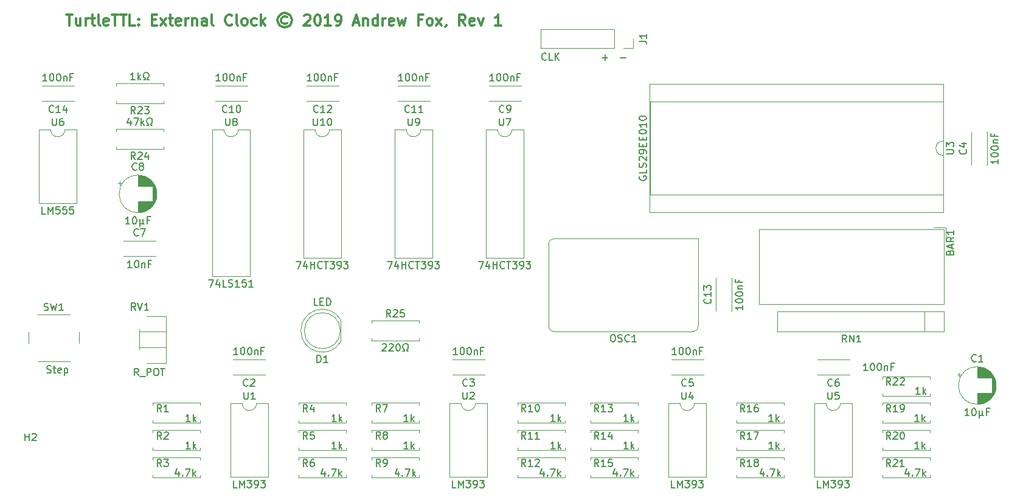
<source format=gbr>
G04 #@! TF.GenerationSoftware,KiCad,Pcbnew,(5.1.0-0)*
G04 #@! TF.CreationDate,2019-12-31T10:08:02-08:00*
G04 #@! TF.ProjectId,ExternalClock,45787465-726e-4616-9c43-6c6f636b2e6b,rev?*
G04 #@! TF.SameCoordinates,Original*
G04 #@! TF.FileFunction,Legend,Top*
G04 #@! TF.FilePolarity,Positive*
%FSLAX46Y46*%
G04 Gerber Fmt 4.6, Leading zero omitted, Abs format (unit mm)*
G04 Created by KiCad (PCBNEW (5.1.0-0)) date 2019-12-31 10:08:02*
%MOMM*%
%LPD*%
G04 APERTURE LIST*
%ADD10C,0.150000*%
%ADD11C,0.300000*%
%ADD12C,0.120000*%
G04 APERTURE END LIST*
D10*
X335954761Y-284837142D02*
X335907142Y-284884761D01*
X335764285Y-284932380D01*
X335669047Y-284932380D01*
X335526190Y-284884761D01*
X335430952Y-284789523D01*
X335383333Y-284694285D01*
X335335714Y-284503809D01*
X335335714Y-284360952D01*
X335383333Y-284170476D01*
X335430952Y-284075238D01*
X335526190Y-283980000D01*
X335669047Y-283932380D01*
X335764285Y-283932380D01*
X335907142Y-283980000D01*
X335954761Y-284027619D01*
X336859523Y-284932380D02*
X336383333Y-284932380D01*
X336383333Y-283932380D01*
X337192857Y-284932380D02*
X337192857Y-283932380D01*
X337764285Y-284932380D02*
X337335714Y-284360952D01*
X337764285Y-283932380D02*
X337192857Y-284503809D01*
X346329047Y-284551428D02*
X347090952Y-284551428D01*
X343789047Y-284551428D02*
X344550952Y-284551428D01*
X344170000Y-284932380D02*
X344170000Y-284170476D01*
D11*
X269147857Y-278578571D02*
X270005000Y-278578571D01*
X269576428Y-280078571D02*
X269576428Y-278578571D01*
X271147857Y-279078571D02*
X271147857Y-280078571D01*
X270505000Y-279078571D02*
X270505000Y-279864285D01*
X270576428Y-280007142D01*
X270719285Y-280078571D01*
X270933571Y-280078571D01*
X271076428Y-280007142D01*
X271147857Y-279935714D01*
X271862142Y-280078571D02*
X271862142Y-279078571D01*
X271862142Y-279364285D02*
X271933571Y-279221428D01*
X272005000Y-279150000D01*
X272147857Y-279078571D01*
X272290714Y-279078571D01*
X272576428Y-279078571D02*
X273147857Y-279078571D01*
X272790714Y-278578571D02*
X272790714Y-279864285D01*
X272862142Y-280007142D01*
X273005000Y-280078571D01*
X273147857Y-280078571D01*
X273862142Y-280078571D02*
X273719285Y-280007142D01*
X273647857Y-279864285D01*
X273647857Y-278578571D01*
X275005000Y-280007142D02*
X274862142Y-280078571D01*
X274576428Y-280078571D01*
X274433571Y-280007142D01*
X274362142Y-279864285D01*
X274362142Y-279292857D01*
X274433571Y-279150000D01*
X274576428Y-279078571D01*
X274862142Y-279078571D01*
X275005000Y-279150000D01*
X275076428Y-279292857D01*
X275076428Y-279435714D01*
X274362142Y-279578571D01*
X275505000Y-278578571D02*
X276362142Y-278578571D01*
X275933571Y-280078571D02*
X275933571Y-278578571D01*
X276647857Y-278578571D02*
X277505000Y-278578571D01*
X277076428Y-280078571D02*
X277076428Y-278578571D01*
X278719285Y-280078571D02*
X278005000Y-280078571D01*
X278005000Y-278578571D01*
X279219285Y-279935714D02*
X279290714Y-280007142D01*
X279219285Y-280078571D01*
X279147857Y-280007142D01*
X279219285Y-279935714D01*
X279219285Y-280078571D01*
X279219285Y-279150000D02*
X279290714Y-279221428D01*
X279219285Y-279292857D01*
X279147857Y-279221428D01*
X279219285Y-279150000D01*
X279219285Y-279292857D01*
X281076428Y-279292857D02*
X281576428Y-279292857D01*
X281790714Y-280078571D02*
X281076428Y-280078571D01*
X281076428Y-278578571D01*
X281790714Y-278578571D01*
X282290714Y-280078571D02*
X283076428Y-279078571D01*
X282290714Y-279078571D02*
X283076428Y-280078571D01*
X283433571Y-279078571D02*
X284005000Y-279078571D01*
X283647857Y-278578571D02*
X283647857Y-279864285D01*
X283719285Y-280007142D01*
X283862142Y-280078571D01*
X284005000Y-280078571D01*
X285076428Y-280007142D02*
X284933571Y-280078571D01*
X284647857Y-280078571D01*
X284505000Y-280007142D01*
X284433571Y-279864285D01*
X284433571Y-279292857D01*
X284505000Y-279150000D01*
X284647857Y-279078571D01*
X284933571Y-279078571D01*
X285076428Y-279150000D01*
X285147857Y-279292857D01*
X285147857Y-279435714D01*
X284433571Y-279578571D01*
X285790714Y-280078571D02*
X285790714Y-279078571D01*
X285790714Y-279364285D02*
X285862142Y-279221428D01*
X285933571Y-279150000D01*
X286076428Y-279078571D01*
X286219285Y-279078571D01*
X286719285Y-279078571D02*
X286719285Y-280078571D01*
X286719285Y-279221428D02*
X286790714Y-279150000D01*
X286933571Y-279078571D01*
X287147857Y-279078571D01*
X287290714Y-279150000D01*
X287362142Y-279292857D01*
X287362142Y-280078571D01*
X288719285Y-280078571D02*
X288719285Y-279292857D01*
X288647857Y-279150000D01*
X288505000Y-279078571D01*
X288219285Y-279078571D01*
X288076428Y-279150000D01*
X288719285Y-280007142D02*
X288576428Y-280078571D01*
X288219285Y-280078571D01*
X288076428Y-280007142D01*
X288005000Y-279864285D01*
X288005000Y-279721428D01*
X288076428Y-279578571D01*
X288219285Y-279507142D01*
X288576428Y-279507142D01*
X288719285Y-279435714D01*
X289647857Y-280078571D02*
X289505000Y-280007142D01*
X289433571Y-279864285D01*
X289433571Y-278578571D01*
X292219285Y-279935714D02*
X292147857Y-280007142D01*
X291933571Y-280078571D01*
X291790714Y-280078571D01*
X291576428Y-280007142D01*
X291433571Y-279864285D01*
X291362142Y-279721428D01*
X291290714Y-279435714D01*
X291290714Y-279221428D01*
X291362142Y-278935714D01*
X291433571Y-278792857D01*
X291576428Y-278650000D01*
X291790714Y-278578571D01*
X291933571Y-278578571D01*
X292147857Y-278650000D01*
X292219285Y-278721428D01*
X293076428Y-280078571D02*
X292933571Y-280007142D01*
X292862142Y-279864285D01*
X292862142Y-278578571D01*
X293862142Y-280078571D02*
X293719285Y-280007142D01*
X293647857Y-279935714D01*
X293576428Y-279792857D01*
X293576428Y-279364285D01*
X293647857Y-279221428D01*
X293719285Y-279150000D01*
X293862142Y-279078571D01*
X294076428Y-279078571D01*
X294219285Y-279150000D01*
X294290714Y-279221428D01*
X294362142Y-279364285D01*
X294362142Y-279792857D01*
X294290714Y-279935714D01*
X294219285Y-280007142D01*
X294076428Y-280078571D01*
X293862142Y-280078571D01*
X295647857Y-280007142D02*
X295505000Y-280078571D01*
X295219285Y-280078571D01*
X295076428Y-280007142D01*
X295005000Y-279935714D01*
X294933571Y-279792857D01*
X294933571Y-279364285D01*
X295005000Y-279221428D01*
X295076428Y-279150000D01*
X295219285Y-279078571D01*
X295505000Y-279078571D01*
X295647857Y-279150000D01*
X296290714Y-280078571D02*
X296290714Y-278578571D01*
X296433571Y-279507142D02*
X296862142Y-280078571D01*
X296862142Y-279078571D02*
X296290714Y-279650000D01*
X299862142Y-278935714D02*
X299719285Y-278864285D01*
X299433571Y-278864285D01*
X299290714Y-278935714D01*
X299147857Y-279078571D01*
X299076428Y-279221428D01*
X299076428Y-279507142D01*
X299147857Y-279650000D01*
X299290714Y-279792857D01*
X299433571Y-279864285D01*
X299719285Y-279864285D01*
X299862142Y-279792857D01*
X299576428Y-278364285D02*
X299219285Y-278435714D01*
X298862142Y-278650000D01*
X298647857Y-279007142D01*
X298576428Y-279364285D01*
X298647857Y-279721428D01*
X298862142Y-280078571D01*
X299219285Y-280292857D01*
X299576428Y-280364285D01*
X299933571Y-280292857D01*
X300290714Y-280078571D01*
X300505000Y-279721428D01*
X300576428Y-279364285D01*
X300505000Y-279007142D01*
X300290714Y-278650000D01*
X299933571Y-278435714D01*
X299576428Y-278364285D01*
X302290714Y-278721428D02*
X302362142Y-278650000D01*
X302505000Y-278578571D01*
X302862142Y-278578571D01*
X303005000Y-278650000D01*
X303076428Y-278721428D01*
X303147857Y-278864285D01*
X303147857Y-279007142D01*
X303076428Y-279221428D01*
X302219285Y-280078571D01*
X303147857Y-280078571D01*
X304076428Y-278578571D02*
X304219285Y-278578571D01*
X304362142Y-278650000D01*
X304433571Y-278721428D01*
X304505000Y-278864285D01*
X304576428Y-279150000D01*
X304576428Y-279507142D01*
X304505000Y-279792857D01*
X304433571Y-279935714D01*
X304362142Y-280007142D01*
X304219285Y-280078571D01*
X304076428Y-280078571D01*
X303933571Y-280007142D01*
X303862142Y-279935714D01*
X303790714Y-279792857D01*
X303719285Y-279507142D01*
X303719285Y-279150000D01*
X303790714Y-278864285D01*
X303862142Y-278721428D01*
X303933571Y-278650000D01*
X304076428Y-278578571D01*
X306005000Y-280078571D02*
X305147857Y-280078571D01*
X305576428Y-280078571D02*
X305576428Y-278578571D01*
X305433571Y-278792857D01*
X305290714Y-278935714D01*
X305147857Y-279007142D01*
X306719285Y-280078571D02*
X307005000Y-280078571D01*
X307147857Y-280007142D01*
X307219285Y-279935714D01*
X307362142Y-279721428D01*
X307433571Y-279435714D01*
X307433571Y-278864285D01*
X307362142Y-278721428D01*
X307290714Y-278650000D01*
X307147857Y-278578571D01*
X306862142Y-278578571D01*
X306719285Y-278650000D01*
X306647857Y-278721428D01*
X306576428Y-278864285D01*
X306576428Y-279221428D01*
X306647857Y-279364285D01*
X306719285Y-279435714D01*
X306862142Y-279507142D01*
X307147857Y-279507142D01*
X307290714Y-279435714D01*
X307362142Y-279364285D01*
X307433571Y-279221428D01*
X309147857Y-279650000D02*
X309862142Y-279650000D01*
X309005000Y-280078571D02*
X309505000Y-278578571D01*
X310005000Y-280078571D01*
X310505000Y-279078571D02*
X310505000Y-280078571D01*
X310505000Y-279221428D02*
X310576428Y-279150000D01*
X310719285Y-279078571D01*
X310933571Y-279078571D01*
X311076428Y-279150000D01*
X311147857Y-279292857D01*
X311147857Y-280078571D01*
X312505000Y-280078571D02*
X312505000Y-278578571D01*
X312505000Y-280007142D02*
X312362142Y-280078571D01*
X312076428Y-280078571D01*
X311933571Y-280007142D01*
X311862142Y-279935714D01*
X311790714Y-279792857D01*
X311790714Y-279364285D01*
X311862142Y-279221428D01*
X311933571Y-279150000D01*
X312076428Y-279078571D01*
X312362142Y-279078571D01*
X312505000Y-279150000D01*
X313219285Y-280078571D02*
X313219285Y-279078571D01*
X313219285Y-279364285D02*
X313290714Y-279221428D01*
X313362142Y-279150000D01*
X313505000Y-279078571D01*
X313647857Y-279078571D01*
X314719285Y-280007142D02*
X314576428Y-280078571D01*
X314290714Y-280078571D01*
X314147857Y-280007142D01*
X314076428Y-279864285D01*
X314076428Y-279292857D01*
X314147857Y-279150000D01*
X314290714Y-279078571D01*
X314576428Y-279078571D01*
X314719285Y-279150000D01*
X314790714Y-279292857D01*
X314790714Y-279435714D01*
X314076428Y-279578571D01*
X315290714Y-279078571D02*
X315576428Y-280078571D01*
X315862142Y-279364285D01*
X316147857Y-280078571D01*
X316433571Y-279078571D01*
X318647857Y-279292857D02*
X318147857Y-279292857D01*
X318147857Y-280078571D02*
X318147857Y-278578571D01*
X318862142Y-278578571D01*
X319647857Y-280078571D02*
X319505000Y-280007142D01*
X319433571Y-279935714D01*
X319362142Y-279792857D01*
X319362142Y-279364285D01*
X319433571Y-279221428D01*
X319505000Y-279150000D01*
X319647857Y-279078571D01*
X319862142Y-279078571D01*
X320005000Y-279150000D01*
X320076428Y-279221428D01*
X320147857Y-279364285D01*
X320147857Y-279792857D01*
X320076428Y-279935714D01*
X320005000Y-280007142D01*
X319862142Y-280078571D01*
X319647857Y-280078571D01*
X320647857Y-280078571D02*
X321433571Y-279078571D01*
X320647857Y-279078571D02*
X321433571Y-280078571D01*
X322076428Y-280007142D02*
X322076428Y-280078571D01*
X322005000Y-280221428D01*
X321933571Y-280292857D01*
X324719285Y-280078571D02*
X324219285Y-279364285D01*
X323862142Y-280078571D02*
X323862142Y-278578571D01*
X324433571Y-278578571D01*
X324576428Y-278650000D01*
X324647857Y-278721428D01*
X324719285Y-278864285D01*
X324719285Y-279078571D01*
X324647857Y-279221428D01*
X324576428Y-279292857D01*
X324433571Y-279364285D01*
X323862142Y-279364285D01*
X325933571Y-280007142D02*
X325790714Y-280078571D01*
X325505000Y-280078571D01*
X325362142Y-280007142D01*
X325290714Y-279864285D01*
X325290714Y-279292857D01*
X325362142Y-279150000D01*
X325505000Y-279078571D01*
X325790714Y-279078571D01*
X325933571Y-279150000D01*
X326005000Y-279292857D01*
X326005000Y-279435714D01*
X325290714Y-279578571D01*
X326505000Y-279078571D02*
X326862142Y-280078571D01*
X327219285Y-279078571D01*
X329719285Y-280078571D02*
X328862142Y-280078571D01*
X329290714Y-280078571D02*
X329290714Y-278578571D01*
X329147857Y-278792857D01*
X329005000Y-278935714D01*
X328862142Y-279007142D01*
D12*
X378570000Y-332680000D02*
X376920000Y-332680000D01*
X378570000Y-342960000D02*
X378570000Y-332680000D01*
X373270000Y-342960000D02*
X378570000Y-342960000D01*
X373270000Y-332680000D02*
X373270000Y-342960000D01*
X374920000Y-332680000D02*
X373270000Y-332680000D01*
X376920000Y-332680000D02*
G75*
G02X374920000Y-332680000I-1000000J0D01*
G01*
X388620000Y-322710000D02*
X388620000Y-319910000D01*
X368130000Y-322710000D02*
X391330000Y-322710000D01*
X368130000Y-319910000D02*
X368130000Y-322710000D01*
X391330000Y-319910000D02*
X368130000Y-319910000D01*
X391330000Y-322710000D02*
X391330000Y-319910000D01*
X391300000Y-318910000D02*
X365620000Y-318910000D01*
X391300000Y-308470000D02*
X391300000Y-318910000D01*
X365620000Y-308470000D02*
X391300000Y-308470000D01*
X365620000Y-318910000D02*
X365620000Y-308470000D01*
X391590000Y-308180000D02*
X389890000Y-308180000D01*
X391590000Y-309880000D02*
X391590000Y-308180000D01*
X348040000Y-281940000D02*
X348040000Y-283270000D01*
X348040000Y-283270000D02*
X346710000Y-283270000D01*
X345440000Y-283270000D02*
X335220000Y-283270000D01*
X335220000Y-280610000D02*
X335220000Y-283270000D01*
X345440000Y-280610000D02*
X335220000Y-280610000D01*
X345440000Y-280610000D02*
X345440000Y-283270000D01*
X389350000Y-331697000D02*
X389350000Y-331367000D01*
X382810000Y-331697000D02*
X389350000Y-331697000D01*
X382810000Y-331367000D02*
X382810000Y-331697000D01*
X389350000Y-328957000D02*
X389350000Y-329287000D01*
X382810000Y-328957000D02*
X389350000Y-328957000D01*
X382810000Y-329287000D02*
X382810000Y-328957000D01*
X356410000Y-322680000D02*
G75*
G03X357160000Y-321930000I0J750000D01*
G01*
X336260000Y-321930000D02*
G75*
G03X337010000Y-322680000I750000J0D01*
G01*
X337010000Y-309780000D02*
G75*
G03X336260000Y-310530000I0J-750000D01*
G01*
X357160000Y-309780000D02*
X337010000Y-309780000D01*
X336260000Y-310530000D02*
X336260000Y-321930000D01*
X337010000Y-322680000D02*
X356410000Y-322680000D01*
X357160000Y-321930000D02*
X357160000Y-309780000D01*
X276130000Y-294540000D02*
X276130000Y-294870000D01*
X282670000Y-294540000D02*
X276130000Y-294540000D01*
X282670000Y-294870000D02*
X282670000Y-294540000D01*
X276130000Y-297280000D02*
X276130000Y-296950000D01*
X282670000Y-297280000D02*
X276130000Y-297280000D01*
X282670000Y-296950000D02*
X282670000Y-297280000D01*
X276130000Y-288190000D02*
X276130000Y-288520000D01*
X282670000Y-288190000D02*
X276130000Y-288190000D01*
X282670000Y-288520000D02*
X282670000Y-288190000D01*
X276130000Y-290930000D02*
X276130000Y-290600000D01*
X282670000Y-290930000D02*
X276130000Y-290930000D01*
X282670000Y-290600000D02*
X282670000Y-290930000D01*
X281630000Y-312205000D02*
X281630000Y-312220000D01*
X281630000Y-310080000D02*
X281630000Y-310095000D01*
X277090000Y-312205000D02*
X277090000Y-312220000D01*
X277090000Y-310080000D02*
X277090000Y-310095000D01*
X277090000Y-312220000D02*
X281630000Y-312220000D01*
X277090000Y-310080000D02*
X281630000Y-310080000D01*
X276575225Y-301805000D02*
X276575225Y-302305000D01*
X276325225Y-302055000D02*
X276825225Y-302055000D01*
X281731000Y-303246000D02*
X281731000Y-303814000D01*
X281691000Y-303012000D02*
X281691000Y-304048000D01*
X281651000Y-302853000D02*
X281651000Y-304207000D01*
X281611000Y-302725000D02*
X281611000Y-304335000D01*
X281571000Y-302615000D02*
X281571000Y-304445000D01*
X281531000Y-302519000D02*
X281531000Y-304541000D01*
X281491000Y-302432000D02*
X281491000Y-304628000D01*
X281451000Y-302352000D02*
X281451000Y-304708000D01*
X281411000Y-302279000D02*
X281411000Y-304781000D01*
X281371000Y-302211000D02*
X281371000Y-304849000D01*
X281331000Y-302147000D02*
X281331000Y-304913000D01*
X281291000Y-302087000D02*
X281291000Y-304973000D01*
X281251000Y-302030000D02*
X281251000Y-305030000D01*
X281211000Y-301976000D02*
X281211000Y-305084000D01*
X281171000Y-301925000D02*
X281171000Y-305135000D01*
X281131000Y-304570000D02*
X281131000Y-305183000D01*
X281131000Y-301877000D02*
X281131000Y-302490000D01*
X281091000Y-304570000D02*
X281091000Y-305229000D01*
X281091000Y-301831000D02*
X281091000Y-302490000D01*
X281051000Y-304570000D02*
X281051000Y-305273000D01*
X281051000Y-301787000D02*
X281051000Y-302490000D01*
X281011000Y-304570000D02*
X281011000Y-305315000D01*
X281011000Y-301745000D02*
X281011000Y-302490000D01*
X280971000Y-304570000D02*
X280971000Y-305356000D01*
X280971000Y-301704000D02*
X280971000Y-302490000D01*
X280931000Y-304570000D02*
X280931000Y-305394000D01*
X280931000Y-301666000D02*
X280931000Y-302490000D01*
X280891000Y-304570000D02*
X280891000Y-305431000D01*
X280891000Y-301629000D02*
X280891000Y-302490000D01*
X280851000Y-304570000D02*
X280851000Y-305467000D01*
X280851000Y-301593000D02*
X280851000Y-302490000D01*
X280811000Y-304570000D02*
X280811000Y-305501000D01*
X280811000Y-301559000D02*
X280811000Y-302490000D01*
X280771000Y-304570000D02*
X280771000Y-305534000D01*
X280771000Y-301526000D02*
X280771000Y-302490000D01*
X280731000Y-304570000D02*
X280731000Y-305565000D01*
X280731000Y-301495000D02*
X280731000Y-302490000D01*
X280691000Y-304570000D02*
X280691000Y-305595000D01*
X280691000Y-301465000D02*
X280691000Y-302490000D01*
X280651000Y-304570000D02*
X280651000Y-305625000D01*
X280651000Y-301435000D02*
X280651000Y-302490000D01*
X280611000Y-304570000D02*
X280611000Y-305652000D01*
X280611000Y-301408000D02*
X280611000Y-302490000D01*
X280571000Y-304570000D02*
X280571000Y-305679000D01*
X280571000Y-301381000D02*
X280571000Y-302490000D01*
X280531000Y-304570000D02*
X280531000Y-305705000D01*
X280531000Y-301355000D02*
X280531000Y-302490000D01*
X280491000Y-304570000D02*
X280491000Y-305730000D01*
X280491000Y-301330000D02*
X280491000Y-302490000D01*
X280451000Y-304570000D02*
X280451000Y-305754000D01*
X280451000Y-301306000D02*
X280451000Y-302490000D01*
X280411000Y-304570000D02*
X280411000Y-305777000D01*
X280411000Y-301283000D02*
X280411000Y-302490000D01*
X280371000Y-304570000D02*
X280371000Y-305798000D01*
X280371000Y-301262000D02*
X280371000Y-302490000D01*
X280331000Y-304570000D02*
X280331000Y-305820000D01*
X280331000Y-301240000D02*
X280331000Y-302490000D01*
X280291000Y-304570000D02*
X280291000Y-305840000D01*
X280291000Y-301220000D02*
X280291000Y-302490000D01*
X280251000Y-304570000D02*
X280251000Y-305859000D01*
X280251000Y-301201000D02*
X280251000Y-302490000D01*
X280211000Y-304570000D02*
X280211000Y-305878000D01*
X280211000Y-301182000D02*
X280211000Y-302490000D01*
X280171000Y-304570000D02*
X280171000Y-305895000D01*
X280171000Y-301165000D02*
X280171000Y-302490000D01*
X280131000Y-304570000D02*
X280131000Y-305912000D01*
X280131000Y-301148000D02*
X280131000Y-302490000D01*
X280091000Y-304570000D02*
X280091000Y-305928000D01*
X280091000Y-301132000D02*
X280091000Y-302490000D01*
X280051000Y-304570000D02*
X280051000Y-305944000D01*
X280051000Y-301116000D02*
X280051000Y-302490000D01*
X280011000Y-304570000D02*
X280011000Y-305958000D01*
X280011000Y-301102000D02*
X280011000Y-302490000D01*
X279971000Y-304570000D02*
X279971000Y-305972000D01*
X279971000Y-301088000D02*
X279971000Y-302490000D01*
X279931000Y-304570000D02*
X279931000Y-305985000D01*
X279931000Y-301075000D02*
X279931000Y-302490000D01*
X279891000Y-304570000D02*
X279891000Y-305998000D01*
X279891000Y-301062000D02*
X279891000Y-302490000D01*
X279851000Y-304570000D02*
X279851000Y-306010000D01*
X279851000Y-301050000D02*
X279851000Y-302490000D01*
X279810000Y-304570000D02*
X279810000Y-306021000D01*
X279810000Y-301039000D02*
X279810000Y-302490000D01*
X279770000Y-304570000D02*
X279770000Y-306031000D01*
X279770000Y-301029000D02*
X279770000Y-302490000D01*
X279730000Y-304570000D02*
X279730000Y-306041000D01*
X279730000Y-301019000D02*
X279730000Y-302490000D01*
X279690000Y-304570000D02*
X279690000Y-306050000D01*
X279690000Y-301010000D02*
X279690000Y-302490000D01*
X279650000Y-304570000D02*
X279650000Y-306058000D01*
X279650000Y-301002000D02*
X279650000Y-302490000D01*
X279610000Y-304570000D02*
X279610000Y-306066000D01*
X279610000Y-300994000D02*
X279610000Y-302490000D01*
X279570000Y-304570000D02*
X279570000Y-306073000D01*
X279570000Y-300987000D02*
X279570000Y-302490000D01*
X279530000Y-304570000D02*
X279530000Y-306080000D01*
X279530000Y-300980000D02*
X279530000Y-302490000D01*
X279490000Y-304570000D02*
X279490000Y-306086000D01*
X279490000Y-300974000D02*
X279490000Y-302490000D01*
X279450000Y-304570000D02*
X279450000Y-306091000D01*
X279450000Y-300969000D02*
X279450000Y-302490000D01*
X279410000Y-304570000D02*
X279410000Y-306095000D01*
X279410000Y-300965000D02*
X279410000Y-302490000D01*
X279370000Y-304570000D02*
X279370000Y-306099000D01*
X279370000Y-300961000D02*
X279370000Y-302490000D01*
X279330000Y-304570000D02*
X279330000Y-306103000D01*
X279330000Y-300957000D02*
X279330000Y-302490000D01*
X279290000Y-304570000D02*
X279290000Y-306106000D01*
X279290000Y-300954000D02*
X279290000Y-302490000D01*
X279250000Y-304570000D02*
X279250000Y-306108000D01*
X279250000Y-300952000D02*
X279250000Y-302490000D01*
X279210000Y-304570000D02*
X279210000Y-306109000D01*
X279210000Y-300951000D02*
X279210000Y-302490000D01*
X279170000Y-300950000D02*
X279170000Y-302490000D01*
X279170000Y-304570000D02*
X279170000Y-306110000D01*
X279130000Y-300950000D02*
X279130000Y-302490000D01*
X279130000Y-304570000D02*
X279130000Y-306110000D01*
X281750000Y-303530000D02*
G75*
G03X281750000Y-303530000I-2620000J0D01*
G01*
X307450000Y-294580000D02*
X305800000Y-294580000D01*
X307450000Y-312480000D02*
X307450000Y-294580000D01*
X302150000Y-312480000D02*
X307450000Y-312480000D01*
X302150000Y-294580000D02*
X302150000Y-312480000D01*
X303800000Y-294580000D02*
X302150000Y-294580000D01*
X305800000Y-294580000D02*
G75*
G02X303800000Y-294580000I-1000000J0D01*
G01*
X320150000Y-294580000D02*
X318500000Y-294580000D01*
X320150000Y-312480000D02*
X320150000Y-294580000D01*
X314850000Y-312480000D02*
X320150000Y-312480000D01*
X314850000Y-294580000D02*
X314850000Y-312480000D01*
X316500000Y-294580000D02*
X314850000Y-294580000D01*
X318500000Y-294580000D02*
G75*
G02X316500000Y-294580000I-1000000J0D01*
G01*
X294750000Y-294580000D02*
X293100000Y-294580000D01*
X294750000Y-315020000D02*
X294750000Y-294580000D01*
X289450000Y-315020000D02*
X294750000Y-315020000D01*
X289450000Y-294580000D02*
X289450000Y-315020000D01*
X291100000Y-294580000D02*
X289450000Y-294580000D01*
X293100000Y-294580000D02*
G75*
G02X291100000Y-294580000I-1000000J0D01*
G01*
X332850000Y-294580000D02*
X331200000Y-294580000D01*
X332850000Y-312480000D02*
X332850000Y-294580000D01*
X327550000Y-312480000D02*
X332850000Y-312480000D01*
X327550000Y-294580000D02*
X327550000Y-312480000D01*
X329200000Y-294580000D02*
X327550000Y-294580000D01*
X331200000Y-294580000D02*
G75*
G02X329200000Y-294580000I-1000000J0D01*
G01*
X270620000Y-294580000D02*
X268970000Y-294580000D01*
X270620000Y-304860000D02*
X270620000Y-294580000D01*
X265320000Y-304860000D02*
X270620000Y-304860000D01*
X265320000Y-294580000D02*
X265320000Y-304860000D01*
X266970000Y-294580000D02*
X265320000Y-294580000D01*
X268970000Y-294580000D02*
G75*
G02X266970000Y-294580000I-1000000J0D01*
G01*
X358250000Y-332680000D02*
X356600000Y-332680000D01*
X358250000Y-342960000D02*
X358250000Y-332680000D01*
X352950000Y-342960000D02*
X358250000Y-342960000D01*
X352950000Y-332680000D02*
X352950000Y-342960000D01*
X354600000Y-332680000D02*
X352950000Y-332680000D01*
X356600000Y-332680000D02*
G75*
G02X354600000Y-332680000I-1000000J0D01*
G01*
X391276200Y-306128200D02*
X391276200Y-288228200D01*
X350396200Y-306128200D02*
X391276200Y-306128200D01*
X350396200Y-288228200D02*
X350396200Y-306128200D01*
X391276200Y-288228200D02*
X350396200Y-288228200D01*
X391216200Y-303638200D02*
X391216200Y-298178200D01*
X350456200Y-303638200D02*
X391216200Y-303638200D01*
X350456200Y-290718200D02*
X350456200Y-303638200D01*
X391216200Y-290718200D02*
X350456200Y-290718200D01*
X391216200Y-296178200D02*
X391216200Y-290718200D01*
X391216200Y-298178200D02*
G75*
G02X391216200Y-296178200I0J1000000D01*
G01*
X327770000Y-332680000D02*
X326120000Y-332680000D01*
X327770000Y-342960000D02*
X327770000Y-332680000D01*
X322470000Y-342960000D02*
X327770000Y-342960000D01*
X322470000Y-332680000D02*
X322470000Y-342960000D01*
X324120000Y-332680000D02*
X322470000Y-332680000D01*
X326120000Y-332680000D02*
G75*
G02X324120000Y-332680000I-1000000J0D01*
G01*
X297290000Y-332680000D02*
X295640000Y-332680000D01*
X297290000Y-342960000D02*
X297290000Y-332680000D01*
X291990000Y-342960000D02*
X297290000Y-342960000D01*
X291990000Y-332680000D02*
X291990000Y-342960000D01*
X293640000Y-332680000D02*
X291990000Y-332680000D01*
X295640000Y-332680000D02*
G75*
G02X293640000Y-332680000I-1000000J0D01*
G01*
X270910000Y-324310000D02*
X270910000Y-322810000D01*
X269660000Y-320310000D02*
X265160000Y-320310000D01*
X263910000Y-322810000D02*
X263910000Y-324310000D01*
X265160000Y-326810000D02*
X269660000Y-326810000D01*
X283020000Y-322690000D02*
X283020000Y-324930000D01*
X279279000Y-322690000D02*
X279279000Y-324930000D01*
X279279000Y-324930000D02*
X283020000Y-324930000D01*
X279279000Y-322690000D02*
X283020000Y-322690000D01*
X279279000Y-322376000D02*
X279279000Y-325245000D01*
X283020000Y-320540000D02*
X283020000Y-327080000D01*
X280325000Y-327080000D02*
X283020000Y-327080000D01*
X280325000Y-320540000D02*
X283020000Y-320540000D01*
X318230000Y-323950000D02*
X318230000Y-323620000D01*
X311690000Y-323950000D02*
X318230000Y-323950000D01*
X311690000Y-323620000D02*
X311690000Y-323950000D01*
X318230000Y-321210000D02*
X318230000Y-321540000D01*
X311690000Y-321210000D02*
X318230000Y-321210000D01*
X311690000Y-321540000D02*
X311690000Y-321210000D01*
X389350000Y-343000000D02*
X389350000Y-342670000D01*
X382810000Y-343000000D02*
X389350000Y-343000000D01*
X382810000Y-342670000D02*
X382810000Y-343000000D01*
X389350000Y-340260000D02*
X389350000Y-340590000D01*
X382810000Y-340260000D02*
X389350000Y-340260000D01*
X382810000Y-340590000D02*
X382810000Y-340260000D01*
X389350000Y-339190000D02*
X389350000Y-338860000D01*
X382810000Y-339190000D02*
X389350000Y-339190000D01*
X382810000Y-338860000D02*
X382810000Y-339190000D01*
X389350000Y-336450000D02*
X389350000Y-336780000D01*
X382810000Y-336450000D02*
X389350000Y-336450000D01*
X382810000Y-336780000D02*
X382810000Y-336450000D01*
X389350000Y-335380000D02*
X389350000Y-335050000D01*
X382810000Y-335380000D02*
X389350000Y-335380000D01*
X382810000Y-335050000D02*
X382810000Y-335380000D01*
X389350000Y-332640000D02*
X389350000Y-332970000D01*
X382810000Y-332640000D02*
X389350000Y-332640000D01*
X382810000Y-332970000D02*
X382810000Y-332640000D01*
X369030000Y-343000000D02*
X369030000Y-342670000D01*
X362490000Y-343000000D02*
X369030000Y-343000000D01*
X362490000Y-342670000D02*
X362490000Y-343000000D01*
X369030000Y-340260000D02*
X369030000Y-340590000D01*
X362490000Y-340260000D02*
X369030000Y-340260000D01*
X362490000Y-340590000D02*
X362490000Y-340260000D01*
X369030000Y-339190000D02*
X369030000Y-338860000D01*
X362490000Y-339190000D02*
X369030000Y-339190000D01*
X362490000Y-338860000D02*
X362490000Y-339190000D01*
X369030000Y-336450000D02*
X369030000Y-336780000D01*
X362490000Y-336450000D02*
X369030000Y-336450000D01*
X362490000Y-336780000D02*
X362490000Y-336450000D01*
X369030000Y-335380000D02*
X369030000Y-335050000D01*
X362490000Y-335380000D02*
X369030000Y-335380000D01*
X362490000Y-335050000D02*
X362490000Y-335380000D01*
X369030000Y-332640000D02*
X369030000Y-332970000D01*
X362490000Y-332640000D02*
X369030000Y-332640000D01*
X362490000Y-332970000D02*
X362490000Y-332640000D01*
X348710000Y-343000000D02*
X348710000Y-342670000D01*
X342170000Y-343000000D02*
X348710000Y-343000000D01*
X342170000Y-342670000D02*
X342170000Y-343000000D01*
X348710000Y-340260000D02*
X348710000Y-340590000D01*
X342170000Y-340260000D02*
X348710000Y-340260000D01*
X342170000Y-340590000D02*
X342170000Y-340260000D01*
X348710000Y-339190000D02*
X348710000Y-338860000D01*
X342170000Y-339190000D02*
X348710000Y-339190000D01*
X342170000Y-338860000D02*
X342170000Y-339190000D01*
X348710000Y-336450000D02*
X348710000Y-336780000D01*
X342170000Y-336450000D02*
X348710000Y-336450000D01*
X342170000Y-336780000D02*
X342170000Y-336450000D01*
X348710000Y-335380000D02*
X348710000Y-335050000D01*
X342170000Y-335380000D02*
X348710000Y-335380000D01*
X342170000Y-335050000D02*
X342170000Y-335380000D01*
X348710000Y-332640000D02*
X348710000Y-332970000D01*
X342170000Y-332640000D02*
X348710000Y-332640000D01*
X342170000Y-332970000D02*
X342170000Y-332640000D01*
X338550000Y-343000000D02*
X338550000Y-342670000D01*
X332010000Y-343000000D02*
X338550000Y-343000000D01*
X332010000Y-342670000D02*
X332010000Y-343000000D01*
X338550000Y-340260000D02*
X338550000Y-340590000D01*
X332010000Y-340260000D02*
X338550000Y-340260000D01*
X332010000Y-340590000D02*
X332010000Y-340260000D01*
X338550000Y-339190000D02*
X338550000Y-338860000D01*
X332010000Y-339190000D02*
X338550000Y-339190000D01*
X332010000Y-338860000D02*
X332010000Y-339190000D01*
X338550000Y-336450000D02*
X338550000Y-336780000D01*
X332010000Y-336450000D02*
X338550000Y-336450000D01*
X332010000Y-336780000D02*
X332010000Y-336450000D01*
X338550000Y-335380000D02*
X338550000Y-335050000D01*
X332010000Y-335380000D02*
X338550000Y-335380000D01*
X332010000Y-335050000D02*
X332010000Y-335380000D01*
X338550000Y-332640000D02*
X338550000Y-332970000D01*
X332010000Y-332640000D02*
X338550000Y-332640000D01*
X332010000Y-332970000D02*
X332010000Y-332640000D01*
X318230000Y-343000000D02*
X318230000Y-342670000D01*
X311690000Y-343000000D02*
X318230000Y-343000000D01*
X311690000Y-342670000D02*
X311690000Y-343000000D01*
X318230000Y-340260000D02*
X318230000Y-340590000D01*
X311690000Y-340260000D02*
X318230000Y-340260000D01*
X311690000Y-340590000D02*
X311690000Y-340260000D01*
X318230000Y-339190000D02*
X318230000Y-338860000D01*
X311690000Y-339190000D02*
X318230000Y-339190000D01*
X311690000Y-338860000D02*
X311690000Y-339190000D01*
X318230000Y-336450000D02*
X318230000Y-336780000D01*
X311690000Y-336450000D02*
X318230000Y-336450000D01*
X311690000Y-336780000D02*
X311690000Y-336450000D01*
X318230000Y-335380000D02*
X318230000Y-335050000D01*
X311690000Y-335380000D02*
X318230000Y-335380000D01*
X311690000Y-335050000D02*
X311690000Y-335380000D01*
X318230000Y-332640000D02*
X318230000Y-332970000D01*
X311690000Y-332640000D02*
X318230000Y-332640000D01*
X311690000Y-332970000D02*
X311690000Y-332640000D01*
X308070000Y-343000000D02*
X308070000Y-342670000D01*
X301530000Y-343000000D02*
X308070000Y-343000000D01*
X301530000Y-342670000D02*
X301530000Y-343000000D01*
X308070000Y-340260000D02*
X308070000Y-340590000D01*
X301530000Y-340260000D02*
X308070000Y-340260000D01*
X301530000Y-340590000D02*
X301530000Y-340260000D01*
X308070000Y-339190000D02*
X308070000Y-338860000D01*
X301530000Y-339190000D02*
X308070000Y-339190000D01*
X301530000Y-338860000D02*
X301530000Y-339190000D01*
X308070000Y-336450000D02*
X308070000Y-336780000D01*
X301530000Y-336450000D02*
X308070000Y-336450000D01*
X301530000Y-336780000D02*
X301530000Y-336450000D01*
X308070000Y-335380000D02*
X308070000Y-335050000D01*
X301530000Y-335380000D02*
X308070000Y-335380000D01*
X301530000Y-335050000D02*
X301530000Y-335380000D01*
X308070000Y-332640000D02*
X308070000Y-332970000D01*
X301530000Y-332640000D02*
X308070000Y-332640000D01*
X301530000Y-332970000D02*
X301530000Y-332640000D01*
X287750000Y-343000000D02*
X287750000Y-342670000D01*
X281210000Y-343000000D02*
X287750000Y-343000000D01*
X281210000Y-342670000D02*
X281210000Y-343000000D01*
X287750000Y-340260000D02*
X287750000Y-340590000D01*
X281210000Y-340260000D02*
X287750000Y-340260000D01*
X281210000Y-340590000D02*
X281210000Y-340260000D01*
X287750000Y-339190000D02*
X287750000Y-338860000D01*
X281210000Y-339190000D02*
X287750000Y-339190000D01*
X281210000Y-338860000D02*
X281210000Y-339190000D01*
X287750000Y-336450000D02*
X287750000Y-336780000D01*
X281210000Y-336450000D02*
X287750000Y-336450000D01*
X281210000Y-336780000D02*
X281210000Y-336450000D01*
X287750000Y-335380000D02*
X287750000Y-335050000D01*
X281210000Y-335380000D02*
X287750000Y-335380000D01*
X281210000Y-335050000D02*
X281210000Y-335380000D01*
X287750000Y-332640000D02*
X287750000Y-332970000D01*
X281210000Y-332640000D02*
X287750000Y-332640000D01*
X281210000Y-332970000D02*
X281210000Y-332640000D01*
X307360000Y-324125000D02*
X307360000Y-321035000D01*
X307300000Y-322580000D02*
G75*
G03X307300000Y-322580000I-2500000J0D01*
G01*
X301810000Y-322580462D02*
G75*
G02X307360000Y-321035170I2990000J462D01*
G01*
X301810000Y-322579538D02*
G75*
G03X307360000Y-324124830I2990000J-462D01*
G01*
X265740000Y-288505000D02*
X265740000Y-288490000D01*
X265740000Y-290630000D02*
X265740000Y-290615000D01*
X270280000Y-288505000D02*
X270280000Y-288490000D01*
X270280000Y-290630000D02*
X270280000Y-290615000D01*
X270280000Y-288490000D02*
X265740000Y-288490000D01*
X270280000Y-290630000D02*
X265740000Y-290630000D01*
X361735000Y-315270000D02*
X361750000Y-315270000D01*
X359610000Y-315270000D02*
X359625000Y-315270000D01*
X361735000Y-319810000D02*
X361750000Y-319810000D01*
X359610000Y-319810000D02*
X359625000Y-319810000D01*
X361750000Y-319810000D02*
X361750000Y-315270000D01*
X359610000Y-319810000D02*
X359610000Y-315270000D01*
X302570000Y-288505000D02*
X302570000Y-288490000D01*
X302570000Y-290630000D02*
X302570000Y-290615000D01*
X307110000Y-288505000D02*
X307110000Y-288490000D01*
X307110000Y-290630000D02*
X307110000Y-290615000D01*
X307110000Y-288490000D02*
X302570000Y-288490000D01*
X307110000Y-290630000D02*
X302570000Y-290630000D01*
X315270000Y-288505000D02*
X315270000Y-288490000D01*
X315270000Y-290630000D02*
X315270000Y-290615000D01*
X319810000Y-288505000D02*
X319810000Y-288490000D01*
X319810000Y-290630000D02*
X319810000Y-290615000D01*
X319810000Y-288490000D02*
X315270000Y-288490000D01*
X319810000Y-290630000D02*
X315270000Y-290630000D01*
X289870000Y-288505000D02*
X289870000Y-288490000D01*
X289870000Y-290630000D02*
X289870000Y-290615000D01*
X294410000Y-288505000D02*
X294410000Y-288490000D01*
X294410000Y-290630000D02*
X294410000Y-290615000D01*
X294410000Y-288490000D02*
X289870000Y-288490000D01*
X294410000Y-290630000D02*
X289870000Y-290630000D01*
X327970000Y-288505000D02*
X327970000Y-288490000D01*
X327970000Y-290630000D02*
X327970000Y-290615000D01*
X332510000Y-288505000D02*
X332510000Y-288490000D01*
X332510000Y-290630000D02*
X332510000Y-290615000D01*
X332510000Y-288490000D02*
X327970000Y-288490000D01*
X332510000Y-290630000D02*
X327970000Y-290630000D01*
X373690000Y-326605000D02*
X373690000Y-326590000D01*
X373690000Y-328730000D02*
X373690000Y-328715000D01*
X378230000Y-326605000D02*
X378230000Y-326590000D01*
X378230000Y-328730000D02*
X378230000Y-328715000D01*
X378230000Y-326590000D02*
X373690000Y-326590000D01*
X378230000Y-328730000D02*
X373690000Y-328730000D01*
X353370000Y-326605000D02*
X353370000Y-326590000D01*
X353370000Y-328730000D02*
X353370000Y-328715000D01*
X357910000Y-326605000D02*
X357910000Y-326590000D01*
X357910000Y-328730000D02*
X357910000Y-328715000D01*
X357910000Y-326590000D02*
X353370000Y-326590000D01*
X357910000Y-328730000D02*
X353370000Y-328730000D01*
X397295000Y-294950000D02*
X397310000Y-294950000D01*
X395170000Y-294950000D02*
X395185000Y-294950000D01*
X397295000Y-299490000D02*
X397310000Y-299490000D01*
X395170000Y-299490000D02*
X395185000Y-299490000D01*
X397310000Y-299490000D02*
X397310000Y-294950000D01*
X395170000Y-299490000D02*
X395170000Y-294950000D01*
X322890000Y-326605000D02*
X322890000Y-326590000D01*
X322890000Y-328730000D02*
X322890000Y-328715000D01*
X327430000Y-326605000D02*
X327430000Y-326590000D01*
X327430000Y-328730000D02*
X327430000Y-328715000D01*
X327430000Y-326590000D02*
X322890000Y-326590000D01*
X327430000Y-328730000D02*
X322890000Y-328730000D01*
X292330000Y-326605000D02*
X292330000Y-326590000D01*
X292330000Y-328730000D02*
X292330000Y-328715000D01*
X296870000Y-326605000D02*
X296870000Y-326590000D01*
X296870000Y-328730000D02*
X296870000Y-328715000D01*
X296870000Y-326590000D02*
X292330000Y-326590000D01*
X296870000Y-328730000D02*
X292330000Y-328730000D01*
X393415225Y-328475000D02*
X393415225Y-328975000D01*
X393165225Y-328725000D02*
X393665225Y-328725000D01*
X398571000Y-329916000D02*
X398571000Y-330484000D01*
X398531000Y-329682000D02*
X398531000Y-330718000D01*
X398491000Y-329523000D02*
X398491000Y-330877000D01*
X398451000Y-329395000D02*
X398451000Y-331005000D01*
X398411000Y-329285000D02*
X398411000Y-331115000D01*
X398371000Y-329189000D02*
X398371000Y-331211000D01*
X398331000Y-329102000D02*
X398331000Y-331298000D01*
X398291000Y-329022000D02*
X398291000Y-331378000D01*
X398251000Y-328949000D02*
X398251000Y-331451000D01*
X398211000Y-328881000D02*
X398211000Y-331519000D01*
X398171000Y-328817000D02*
X398171000Y-331583000D01*
X398131000Y-328757000D02*
X398131000Y-331643000D01*
X398091000Y-328700000D02*
X398091000Y-331700000D01*
X398051000Y-328646000D02*
X398051000Y-331754000D01*
X398011000Y-328595000D02*
X398011000Y-331805000D01*
X397971000Y-331240000D02*
X397971000Y-331853000D01*
X397971000Y-328547000D02*
X397971000Y-329160000D01*
X397931000Y-331240000D02*
X397931000Y-331899000D01*
X397931000Y-328501000D02*
X397931000Y-329160000D01*
X397891000Y-331240000D02*
X397891000Y-331943000D01*
X397891000Y-328457000D02*
X397891000Y-329160000D01*
X397851000Y-331240000D02*
X397851000Y-331985000D01*
X397851000Y-328415000D02*
X397851000Y-329160000D01*
X397811000Y-331240000D02*
X397811000Y-332026000D01*
X397811000Y-328374000D02*
X397811000Y-329160000D01*
X397771000Y-331240000D02*
X397771000Y-332064000D01*
X397771000Y-328336000D02*
X397771000Y-329160000D01*
X397731000Y-331240000D02*
X397731000Y-332101000D01*
X397731000Y-328299000D02*
X397731000Y-329160000D01*
X397691000Y-331240000D02*
X397691000Y-332137000D01*
X397691000Y-328263000D02*
X397691000Y-329160000D01*
X397651000Y-331240000D02*
X397651000Y-332171000D01*
X397651000Y-328229000D02*
X397651000Y-329160000D01*
X397611000Y-331240000D02*
X397611000Y-332204000D01*
X397611000Y-328196000D02*
X397611000Y-329160000D01*
X397571000Y-331240000D02*
X397571000Y-332235000D01*
X397571000Y-328165000D02*
X397571000Y-329160000D01*
X397531000Y-331240000D02*
X397531000Y-332265000D01*
X397531000Y-328135000D02*
X397531000Y-329160000D01*
X397491000Y-331240000D02*
X397491000Y-332295000D01*
X397491000Y-328105000D02*
X397491000Y-329160000D01*
X397451000Y-331240000D02*
X397451000Y-332322000D01*
X397451000Y-328078000D02*
X397451000Y-329160000D01*
X397411000Y-331240000D02*
X397411000Y-332349000D01*
X397411000Y-328051000D02*
X397411000Y-329160000D01*
X397371000Y-331240000D02*
X397371000Y-332375000D01*
X397371000Y-328025000D02*
X397371000Y-329160000D01*
X397331000Y-331240000D02*
X397331000Y-332400000D01*
X397331000Y-328000000D02*
X397331000Y-329160000D01*
X397291000Y-331240000D02*
X397291000Y-332424000D01*
X397291000Y-327976000D02*
X397291000Y-329160000D01*
X397251000Y-331240000D02*
X397251000Y-332447000D01*
X397251000Y-327953000D02*
X397251000Y-329160000D01*
X397211000Y-331240000D02*
X397211000Y-332468000D01*
X397211000Y-327932000D02*
X397211000Y-329160000D01*
X397171000Y-331240000D02*
X397171000Y-332490000D01*
X397171000Y-327910000D02*
X397171000Y-329160000D01*
X397131000Y-331240000D02*
X397131000Y-332510000D01*
X397131000Y-327890000D02*
X397131000Y-329160000D01*
X397091000Y-331240000D02*
X397091000Y-332529000D01*
X397091000Y-327871000D02*
X397091000Y-329160000D01*
X397051000Y-331240000D02*
X397051000Y-332548000D01*
X397051000Y-327852000D02*
X397051000Y-329160000D01*
X397011000Y-331240000D02*
X397011000Y-332565000D01*
X397011000Y-327835000D02*
X397011000Y-329160000D01*
X396971000Y-331240000D02*
X396971000Y-332582000D01*
X396971000Y-327818000D02*
X396971000Y-329160000D01*
X396931000Y-331240000D02*
X396931000Y-332598000D01*
X396931000Y-327802000D02*
X396931000Y-329160000D01*
X396891000Y-331240000D02*
X396891000Y-332614000D01*
X396891000Y-327786000D02*
X396891000Y-329160000D01*
X396851000Y-331240000D02*
X396851000Y-332628000D01*
X396851000Y-327772000D02*
X396851000Y-329160000D01*
X396811000Y-331240000D02*
X396811000Y-332642000D01*
X396811000Y-327758000D02*
X396811000Y-329160000D01*
X396771000Y-331240000D02*
X396771000Y-332655000D01*
X396771000Y-327745000D02*
X396771000Y-329160000D01*
X396731000Y-331240000D02*
X396731000Y-332668000D01*
X396731000Y-327732000D02*
X396731000Y-329160000D01*
X396691000Y-331240000D02*
X396691000Y-332680000D01*
X396691000Y-327720000D02*
X396691000Y-329160000D01*
X396650000Y-331240000D02*
X396650000Y-332691000D01*
X396650000Y-327709000D02*
X396650000Y-329160000D01*
X396610000Y-331240000D02*
X396610000Y-332701000D01*
X396610000Y-327699000D02*
X396610000Y-329160000D01*
X396570000Y-331240000D02*
X396570000Y-332711000D01*
X396570000Y-327689000D02*
X396570000Y-329160000D01*
X396530000Y-331240000D02*
X396530000Y-332720000D01*
X396530000Y-327680000D02*
X396530000Y-329160000D01*
X396490000Y-331240000D02*
X396490000Y-332728000D01*
X396490000Y-327672000D02*
X396490000Y-329160000D01*
X396450000Y-331240000D02*
X396450000Y-332736000D01*
X396450000Y-327664000D02*
X396450000Y-329160000D01*
X396410000Y-331240000D02*
X396410000Y-332743000D01*
X396410000Y-327657000D02*
X396410000Y-329160000D01*
X396370000Y-331240000D02*
X396370000Y-332750000D01*
X396370000Y-327650000D02*
X396370000Y-329160000D01*
X396330000Y-331240000D02*
X396330000Y-332756000D01*
X396330000Y-327644000D02*
X396330000Y-329160000D01*
X396290000Y-331240000D02*
X396290000Y-332761000D01*
X396290000Y-327639000D02*
X396290000Y-329160000D01*
X396250000Y-331240000D02*
X396250000Y-332765000D01*
X396250000Y-327635000D02*
X396250000Y-329160000D01*
X396210000Y-331240000D02*
X396210000Y-332769000D01*
X396210000Y-327631000D02*
X396210000Y-329160000D01*
X396170000Y-331240000D02*
X396170000Y-332773000D01*
X396170000Y-327627000D02*
X396170000Y-329160000D01*
X396130000Y-331240000D02*
X396130000Y-332776000D01*
X396130000Y-327624000D02*
X396130000Y-329160000D01*
X396090000Y-331240000D02*
X396090000Y-332778000D01*
X396090000Y-327622000D02*
X396090000Y-329160000D01*
X396050000Y-331240000D02*
X396050000Y-332779000D01*
X396050000Y-327621000D02*
X396050000Y-329160000D01*
X396010000Y-327620000D02*
X396010000Y-329160000D01*
X396010000Y-331240000D02*
X396010000Y-332780000D01*
X395970000Y-327620000D02*
X395970000Y-329160000D01*
X395970000Y-331240000D02*
X395970000Y-332780000D01*
X398590000Y-330200000D02*
G75*
G03X398590000Y-330200000I-2620000J0D01*
G01*
D10*
X263398095Y-337882380D02*
X263398095Y-336882380D01*
X263398095Y-337358571D02*
X263969523Y-337358571D01*
X263969523Y-337882380D02*
X263969523Y-336882380D01*
X264398095Y-336977619D02*
X264445714Y-336930000D01*
X264540952Y-336882380D01*
X264779047Y-336882380D01*
X264874285Y-336930000D01*
X264921904Y-336977619D01*
X264969523Y-337072857D01*
X264969523Y-337168095D01*
X264921904Y-337310952D01*
X264350476Y-337882380D01*
X264969523Y-337882380D01*
X375158095Y-331132380D02*
X375158095Y-331941904D01*
X375205714Y-332037142D01*
X375253333Y-332084761D01*
X375348571Y-332132380D01*
X375539047Y-332132380D01*
X375634285Y-332084761D01*
X375681904Y-332037142D01*
X375729523Y-331941904D01*
X375729523Y-331132380D01*
X376681904Y-331132380D02*
X376205714Y-331132380D01*
X376158095Y-331608571D01*
X376205714Y-331560952D01*
X376300952Y-331513333D01*
X376539047Y-331513333D01*
X376634285Y-331560952D01*
X376681904Y-331608571D01*
X376729523Y-331703809D01*
X376729523Y-331941904D01*
X376681904Y-332037142D01*
X376634285Y-332084761D01*
X376539047Y-332132380D01*
X376300952Y-332132380D01*
X376205714Y-332084761D01*
X376158095Y-332037142D01*
X374229523Y-344412380D02*
X373753333Y-344412380D01*
X373753333Y-343412380D01*
X374562857Y-344412380D02*
X374562857Y-343412380D01*
X374896190Y-344126666D01*
X375229523Y-343412380D01*
X375229523Y-344412380D01*
X375610476Y-343412380D02*
X376229523Y-343412380D01*
X375896190Y-343793333D01*
X376039047Y-343793333D01*
X376134285Y-343840952D01*
X376181904Y-343888571D01*
X376229523Y-343983809D01*
X376229523Y-344221904D01*
X376181904Y-344317142D01*
X376134285Y-344364761D01*
X376039047Y-344412380D01*
X375753333Y-344412380D01*
X375658095Y-344364761D01*
X375610476Y-344317142D01*
X376705714Y-344412380D02*
X376896190Y-344412380D01*
X376991428Y-344364761D01*
X377039047Y-344317142D01*
X377134285Y-344174285D01*
X377181904Y-343983809D01*
X377181904Y-343602857D01*
X377134285Y-343507619D01*
X377086666Y-343460000D01*
X376991428Y-343412380D01*
X376800952Y-343412380D01*
X376705714Y-343460000D01*
X376658095Y-343507619D01*
X376610476Y-343602857D01*
X376610476Y-343840952D01*
X376658095Y-343936190D01*
X376705714Y-343983809D01*
X376800952Y-344031428D01*
X376991428Y-344031428D01*
X377086666Y-343983809D01*
X377134285Y-343936190D01*
X377181904Y-343840952D01*
X377515238Y-343412380D02*
X378134285Y-343412380D01*
X377800952Y-343793333D01*
X377943809Y-343793333D01*
X378039047Y-343840952D01*
X378086666Y-343888571D01*
X378134285Y-343983809D01*
X378134285Y-344221904D01*
X378086666Y-344317142D01*
X378039047Y-344364761D01*
X377943809Y-344412380D01*
X377658095Y-344412380D01*
X377562857Y-344364761D01*
X377515238Y-344317142D01*
X377769523Y-324162380D02*
X377436190Y-323686190D01*
X377198095Y-324162380D02*
X377198095Y-323162380D01*
X377579047Y-323162380D01*
X377674285Y-323210000D01*
X377721904Y-323257619D01*
X377769523Y-323352857D01*
X377769523Y-323495714D01*
X377721904Y-323590952D01*
X377674285Y-323638571D01*
X377579047Y-323686190D01*
X377198095Y-323686190D01*
X378198095Y-324162380D02*
X378198095Y-323162380D01*
X378769523Y-324162380D01*
X378769523Y-323162380D01*
X379769523Y-324162380D02*
X379198095Y-324162380D01*
X379483809Y-324162380D02*
X379483809Y-323162380D01*
X379388571Y-323305238D01*
X379293333Y-323400476D01*
X379198095Y-323448095D01*
X392188571Y-311683333D02*
X392236190Y-311540476D01*
X392283809Y-311492857D01*
X392379047Y-311445238D01*
X392521904Y-311445238D01*
X392617142Y-311492857D01*
X392664761Y-311540476D01*
X392712380Y-311635714D01*
X392712380Y-312016666D01*
X391712380Y-312016666D01*
X391712380Y-311683333D01*
X391760000Y-311588095D01*
X391807619Y-311540476D01*
X391902857Y-311492857D01*
X391998095Y-311492857D01*
X392093333Y-311540476D01*
X392140952Y-311588095D01*
X392188571Y-311683333D01*
X392188571Y-312016666D01*
X392426666Y-311064285D02*
X392426666Y-310588095D01*
X392712380Y-311159523D02*
X391712380Y-310826190D01*
X392712380Y-310492857D01*
X392712380Y-309588095D02*
X392236190Y-309921428D01*
X392712380Y-310159523D02*
X391712380Y-310159523D01*
X391712380Y-309778571D01*
X391760000Y-309683333D01*
X391807619Y-309635714D01*
X391902857Y-309588095D01*
X392045714Y-309588095D01*
X392140952Y-309635714D01*
X392188571Y-309683333D01*
X392236190Y-309778571D01*
X392236190Y-310159523D01*
X392712380Y-308635714D02*
X392712380Y-309207142D01*
X392712380Y-308921428D02*
X391712380Y-308921428D01*
X391855238Y-309016666D01*
X391950476Y-309111904D01*
X391998095Y-309207142D01*
X348932380Y-282273333D02*
X349646666Y-282273333D01*
X349789523Y-282320952D01*
X349884761Y-282416190D01*
X349932380Y-282559047D01*
X349932380Y-282654285D01*
X349932380Y-281273333D02*
X349932380Y-281844761D01*
X349932380Y-281559047D02*
X348932380Y-281559047D01*
X349075238Y-281654285D01*
X349170476Y-281749523D01*
X349218095Y-281844761D01*
X383913142Y-330144380D02*
X383579809Y-329668190D01*
X383341714Y-330144380D02*
X383341714Y-329144380D01*
X383722666Y-329144380D01*
X383817904Y-329192000D01*
X383865523Y-329239619D01*
X383913142Y-329334857D01*
X383913142Y-329477714D01*
X383865523Y-329572952D01*
X383817904Y-329620571D01*
X383722666Y-329668190D01*
X383341714Y-329668190D01*
X384294095Y-329239619D02*
X384341714Y-329192000D01*
X384436952Y-329144380D01*
X384675047Y-329144380D01*
X384770285Y-329192000D01*
X384817904Y-329239619D01*
X384865523Y-329334857D01*
X384865523Y-329430095D01*
X384817904Y-329572952D01*
X384246476Y-330144380D01*
X384865523Y-330144380D01*
X385246476Y-329239619D02*
X385294095Y-329192000D01*
X385389333Y-329144380D01*
X385627428Y-329144380D01*
X385722666Y-329192000D01*
X385770285Y-329239619D01*
X385817904Y-329334857D01*
X385817904Y-329430095D01*
X385770285Y-329572952D01*
X385198857Y-330144380D01*
X385817904Y-330144380D01*
X387992952Y-331414380D02*
X387421523Y-331414380D01*
X387707238Y-331414380D02*
X387707238Y-330414380D01*
X387612000Y-330557238D01*
X387516761Y-330652476D01*
X387421523Y-330700095D01*
X388421523Y-331414380D02*
X388421523Y-330414380D01*
X388516761Y-331033428D02*
X388802476Y-331414380D01*
X388802476Y-330747714D02*
X388421523Y-331128666D01*
X345162380Y-323132380D02*
X345352857Y-323132380D01*
X345448095Y-323180000D01*
X345543333Y-323275238D01*
X345590952Y-323465714D01*
X345590952Y-323799047D01*
X345543333Y-323989523D01*
X345448095Y-324084761D01*
X345352857Y-324132380D01*
X345162380Y-324132380D01*
X345067142Y-324084761D01*
X344971904Y-323989523D01*
X344924285Y-323799047D01*
X344924285Y-323465714D01*
X344971904Y-323275238D01*
X345067142Y-323180000D01*
X345162380Y-323132380D01*
X345971904Y-324084761D02*
X346114761Y-324132380D01*
X346352857Y-324132380D01*
X346448095Y-324084761D01*
X346495714Y-324037142D01*
X346543333Y-323941904D01*
X346543333Y-323846666D01*
X346495714Y-323751428D01*
X346448095Y-323703809D01*
X346352857Y-323656190D01*
X346162380Y-323608571D01*
X346067142Y-323560952D01*
X346019523Y-323513333D01*
X345971904Y-323418095D01*
X345971904Y-323322857D01*
X346019523Y-323227619D01*
X346067142Y-323180000D01*
X346162380Y-323132380D01*
X346400476Y-323132380D01*
X346543333Y-323180000D01*
X347543333Y-324037142D02*
X347495714Y-324084761D01*
X347352857Y-324132380D01*
X347257619Y-324132380D01*
X347114761Y-324084761D01*
X347019523Y-323989523D01*
X346971904Y-323894285D01*
X346924285Y-323703809D01*
X346924285Y-323560952D01*
X346971904Y-323370476D01*
X347019523Y-323275238D01*
X347114761Y-323180000D01*
X347257619Y-323132380D01*
X347352857Y-323132380D01*
X347495714Y-323180000D01*
X347543333Y-323227619D01*
X348495714Y-324132380D02*
X347924285Y-324132380D01*
X348210000Y-324132380D02*
X348210000Y-323132380D01*
X348114761Y-323275238D01*
X348019523Y-323370476D01*
X347924285Y-323418095D01*
X278757142Y-298732380D02*
X278423809Y-298256190D01*
X278185714Y-298732380D02*
X278185714Y-297732380D01*
X278566666Y-297732380D01*
X278661904Y-297780000D01*
X278709523Y-297827619D01*
X278757142Y-297922857D01*
X278757142Y-298065714D01*
X278709523Y-298160952D01*
X278661904Y-298208571D01*
X278566666Y-298256190D01*
X278185714Y-298256190D01*
X279138095Y-297827619D02*
X279185714Y-297780000D01*
X279280952Y-297732380D01*
X279519047Y-297732380D01*
X279614285Y-297780000D01*
X279661904Y-297827619D01*
X279709523Y-297922857D01*
X279709523Y-298018095D01*
X279661904Y-298160952D01*
X279090476Y-298732380D01*
X279709523Y-298732380D01*
X280566666Y-298065714D02*
X280566666Y-298732380D01*
X280328571Y-297684761D02*
X280090476Y-298399047D01*
X280709523Y-298399047D01*
X278138095Y-293325714D02*
X278138095Y-293992380D01*
X277900000Y-292944761D02*
X277661904Y-293659047D01*
X278280952Y-293659047D01*
X278566666Y-292992380D02*
X279233333Y-292992380D01*
X278804761Y-293992380D01*
X279614285Y-293992380D02*
X279614285Y-292992380D01*
X279709523Y-293611428D02*
X279995238Y-293992380D01*
X279995238Y-293325714D02*
X279614285Y-293706666D01*
X280376190Y-293992380D02*
X280614285Y-293992380D01*
X280614285Y-293801904D01*
X280519047Y-293754285D01*
X280423809Y-293659047D01*
X280376190Y-293516190D01*
X280376190Y-293278095D01*
X280423809Y-293135238D01*
X280519047Y-293040000D01*
X280661904Y-292992380D01*
X280852380Y-292992380D01*
X280995238Y-293040000D01*
X281090476Y-293135238D01*
X281138095Y-293278095D01*
X281138095Y-293516190D01*
X281090476Y-293659047D01*
X280995238Y-293754285D01*
X280900000Y-293801904D01*
X280900000Y-293992380D01*
X281138095Y-293992380D01*
X278757142Y-292382380D02*
X278423809Y-291906190D01*
X278185714Y-292382380D02*
X278185714Y-291382380D01*
X278566666Y-291382380D01*
X278661904Y-291430000D01*
X278709523Y-291477619D01*
X278757142Y-291572857D01*
X278757142Y-291715714D01*
X278709523Y-291810952D01*
X278661904Y-291858571D01*
X278566666Y-291906190D01*
X278185714Y-291906190D01*
X279138095Y-291477619D02*
X279185714Y-291430000D01*
X279280952Y-291382380D01*
X279519047Y-291382380D01*
X279614285Y-291430000D01*
X279661904Y-291477619D01*
X279709523Y-291572857D01*
X279709523Y-291668095D01*
X279661904Y-291810952D01*
X279090476Y-292382380D01*
X279709523Y-292382380D01*
X280042857Y-291382380D02*
X280661904Y-291382380D01*
X280328571Y-291763333D01*
X280471428Y-291763333D01*
X280566666Y-291810952D01*
X280614285Y-291858571D01*
X280661904Y-291953809D01*
X280661904Y-292191904D01*
X280614285Y-292287142D01*
X280566666Y-292334761D01*
X280471428Y-292382380D01*
X280185714Y-292382380D01*
X280090476Y-292334761D01*
X280042857Y-292287142D01*
X278709523Y-287642380D02*
X278138095Y-287642380D01*
X278423809Y-287642380D02*
X278423809Y-286642380D01*
X278328571Y-286785238D01*
X278233333Y-286880476D01*
X278138095Y-286928095D01*
X279138095Y-287642380D02*
X279138095Y-286642380D01*
X279233333Y-287261428D02*
X279519047Y-287642380D01*
X279519047Y-286975714D02*
X279138095Y-287356666D01*
X279900000Y-287642380D02*
X280138095Y-287642380D01*
X280138095Y-287451904D01*
X280042857Y-287404285D01*
X279947619Y-287309047D01*
X279900000Y-287166190D01*
X279900000Y-286928095D01*
X279947619Y-286785238D01*
X280042857Y-286690000D01*
X280185714Y-286642380D01*
X280376190Y-286642380D01*
X280519047Y-286690000D01*
X280614285Y-286785238D01*
X280661904Y-286928095D01*
X280661904Y-287166190D01*
X280614285Y-287309047D01*
X280519047Y-287404285D01*
X280423809Y-287451904D01*
X280423809Y-287642380D01*
X280661904Y-287642380D01*
X279193333Y-309307142D02*
X279145714Y-309354761D01*
X279002857Y-309402380D01*
X278907619Y-309402380D01*
X278764761Y-309354761D01*
X278669523Y-309259523D01*
X278621904Y-309164285D01*
X278574285Y-308973809D01*
X278574285Y-308830952D01*
X278621904Y-308640476D01*
X278669523Y-308545238D01*
X278764761Y-308450000D01*
X278907619Y-308402380D01*
X279002857Y-308402380D01*
X279145714Y-308450000D01*
X279193333Y-308497619D01*
X279526666Y-308402380D02*
X280193333Y-308402380D01*
X279764761Y-309402380D01*
X278288571Y-313802380D02*
X277717142Y-313802380D01*
X278002857Y-313802380D02*
X278002857Y-312802380D01*
X277907619Y-312945238D01*
X277812380Y-313040476D01*
X277717142Y-313088095D01*
X278907619Y-312802380D02*
X279002857Y-312802380D01*
X279098095Y-312850000D01*
X279145714Y-312897619D01*
X279193333Y-312992857D01*
X279240952Y-313183333D01*
X279240952Y-313421428D01*
X279193333Y-313611904D01*
X279145714Y-313707142D01*
X279098095Y-313754761D01*
X279002857Y-313802380D01*
X278907619Y-313802380D01*
X278812380Y-313754761D01*
X278764761Y-313707142D01*
X278717142Y-313611904D01*
X278669523Y-313421428D01*
X278669523Y-313183333D01*
X278717142Y-312992857D01*
X278764761Y-312897619D01*
X278812380Y-312850000D01*
X278907619Y-312802380D01*
X279669523Y-313135714D02*
X279669523Y-313802380D01*
X279669523Y-313230952D02*
X279717142Y-313183333D01*
X279812380Y-313135714D01*
X279955238Y-313135714D01*
X280050476Y-313183333D01*
X280098095Y-313278571D01*
X280098095Y-313802380D01*
X280907619Y-313278571D02*
X280574285Y-313278571D01*
X280574285Y-313802380D02*
X280574285Y-312802380D01*
X281050476Y-312802380D01*
X278963333Y-300137142D02*
X278915714Y-300184761D01*
X278772857Y-300232380D01*
X278677619Y-300232380D01*
X278534761Y-300184761D01*
X278439523Y-300089523D01*
X278391904Y-299994285D01*
X278344285Y-299803809D01*
X278344285Y-299660952D01*
X278391904Y-299470476D01*
X278439523Y-299375238D01*
X278534761Y-299280000D01*
X278677619Y-299232380D01*
X278772857Y-299232380D01*
X278915714Y-299280000D01*
X278963333Y-299327619D01*
X279534761Y-299660952D02*
X279439523Y-299613333D01*
X279391904Y-299565714D01*
X279344285Y-299470476D01*
X279344285Y-299422857D01*
X279391904Y-299327619D01*
X279439523Y-299280000D01*
X279534761Y-299232380D01*
X279725238Y-299232380D01*
X279820476Y-299280000D01*
X279868095Y-299327619D01*
X279915714Y-299422857D01*
X279915714Y-299470476D01*
X279868095Y-299565714D01*
X279820476Y-299613333D01*
X279725238Y-299660952D01*
X279534761Y-299660952D01*
X279439523Y-299708571D01*
X279391904Y-299756190D01*
X279344285Y-299851428D01*
X279344285Y-300041904D01*
X279391904Y-300137142D01*
X279439523Y-300184761D01*
X279534761Y-300232380D01*
X279725238Y-300232380D01*
X279820476Y-300184761D01*
X279868095Y-300137142D01*
X279915714Y-300041904D01*
X279915714Y-299851428D01*
X279868095Y-299756190D01*
X279820476Y-299708571D01*
X279725238Y-299660952D01*
X277987142Y-307732380D02*
X277415714Y-307732380D01*
X277701428Y-307732380D02*
X277701428Y-306732380D01*
X277606190Y-306875238D01*
X277510952Y-306970476D01*
X277415714Y-307018095D01*
X278606190Y-306732380D02*
X278701428Y-306732380D01*
X278796666Y-306780000D01*
X278844285Y-306827619D01*
X278891904Y-306922857D01*
X278939523Y-307113333D01*
X278939523Y-307351428D01*
X278891904Y-307541904D01*
X278844285Y-307637142D01*
X278796666Y-307684761D01*
X278701428Y-307732380D01*
X278606190Y-307732380D01*
X278510952Y-307684761D01*
X278463333Y-307637142D01*
X278415714Y-307541904D01*
X278368095Y-307351428D01*
X278368095Y-307113333D01*
X278415714Y-306922857D01*
X278463333Y-306827619D01*
X278510952Y-306780000D01*
X278606190Y-306732380D01*
X279368095Y-307065714D02*
X279368095Y-308065714D01*
X279844285Y-307589523D02*
X279891904Y-307684761D01*
X279987142Y-307732380D01*
X279368095Y-307589523D02*
X279415714Y-307684761D01*
X279510952Y-307732380D01*
X279701428Y-307732380D01*
X279796666Y-307684761D01*
X279844285Y-307589523D01*
X279844285Y-307065714D01*
X280749047Y-307208571D02*
X280415714Y-307208571D01*
X280415714Y-307732380D02*
X280415714Y-306732380D01*
X280891904Y-306732380D01*
X303561904Y-293032380D02*
X303561904Y-293841904D01*
X303609523Y-293937142D01*
X303657142Y-293984761D01*
X303752380Y-294032380D01*
X303942857Y-294032380D01*
X304038095Y-293984761D01*
X304085714Y-293937142D01*
X304133333Y-293841904D01*
X304133333Y-293032380D01*
X305133333Y-294032380D02*
X304561904Y-294032380D01*
X304847619Y-294032380D02*
X304847619Y-293032380D01*
X304752380Y-293175238D01*
X304657142Y-293270476D01*
X304561904Y-293318095D01*
X305752380Y-293032380D02*
X305847619Y-293032380D01*
X305942857Y-293080000D01*
X305990476Y-293127619D01*
X306038095Y-293222857D01*
X306085714Y-293413333D01*
X306085714Y-293651428D01*
X306038095Y-293841904D01*
X305990476Y-293937142D01*
X305942857Y-293984761D01*
X305847619Y-294032380D01*
X305752380Y-294032380D01*
X305657142Y-293984761D01*
X305609523Y-293937142D01*
X305561904Y-293841904D01*
X305514285Y-293651428D01*
X305514285Y-293413333D01*
X305561904Y-293222857D01*
X305609523Y-293127619D01*
X305657142Y-293080000D01*
X305752380Y-293032380D01*
X301157142Y-312932380D02*
X301823809Y-312932380D01*
X301395238Y-313932380D01*
X302633333Y-313265714D02*
X302633333Y-313932380D01*
X302395238Y-312884761D02*
X302157142Y-313599047D01*
X302776190Y-313599047D01*
X303157142Y-313932380D02*
X303157142Y-312932380D01*
X303157142Y-313408571D02*
X303728571Y-313408571D01*
X303728571Y-313932380D02*
X303728571Y-312932380D01*
X304776190Y-313837142D02*
X304728571Y-313884761D01*
X304585714Y-313932380D01*
X304490476Y-313932380D01*
X304347619Y-313884761D01*
X304252380Y-313789523D01*
X304204761Y-313694285D01*
X304157142Y-313503809D01*
X304157142Y-313360952D01*
X304204761Y-313170476D01*
X304252380Y-313075238D01*
X304347619Y-312980000D01*
X304490476Y-312932380D01*
X304585714Y-312932380D01*
X304728571Y-312980000D01*
X304776190Y-313027619D01*
X305061904Y-312932380D02*
X305633333Y-312932380D01*
X305347619Y-313932380D02*
X305347619Y-312932380D01*
X305871428Y-312932380D02*
X306490476Y-312932380D01*
X306157142Y-313313333D01*
X306300000Y-313313333D01*
X306395238Y-313360952D01*
X306442857Y-313408571D01*
X306490476Y-313503809D01*
X306490476Y-313741904D01*
X306442857Y-313837142D01*
X306395238Y-313884761D01*
X306300000Y-313932380D01*
X306014285Y-313932380D01*
X305919047Y-313884761D01*
X305871428Y-313837142D01*
X306966666Y-313932380D02*
X307157142Y-313932380D01*
X307252380Y-313884761D01*
X307300000Y-313837142D01*
X307395238Y-313694285D01*
X307442857Y-313503809D01*
X307442857Y-313122857D01*
X307395238Y-313027619D01*
X307347619Y-312980000D01*
X307252380Y-312932380D01*
X307061904Y-312932380D01*
X306966666Y-312980000D01*
X306919047Y-313027619D01*
X306871428Y-313122857D01*
X306871428Y-313360952D01*
X306919047Y-313456190D01*
X306966666Y-313503809D01*
X307061904Y-313551428D01*
X307252380Y-313551428D01*
X307347619Y-313503809D01*
X307395238Y-313456190D01*
X307442857Y-313360952D01*
X307776190Y-312932380D02*
X308395238Y-312932380D01*
X308061904Y-313313333D01*
X308204761Y-313313333D01*
X308300000Y-313360952D01*
X308347619Y-313408571D01*
X308395238Y-313503809D01*
X308395238Y-313741904D01*
X308347619Y-313837142D01*
X308300000Y-313884761D01*
X308204761Y-313932380D01*
X307919047Y-313932380D01*
X307823809Y-313884761D01*
X307776190Y-313837142D01*
X316738095Y-293032380D02*
X316738095Y-293841904D01*
X316785714Y-293937142D01*
X316833333Y-293984761D01*
X316928571Y-294032380D01*
X317119047Y-294032380D01*
X317214285Y-293984761D01*
X317261904Y-293937142D01*
X317309523Y-293841904D01*
X317309523Y-293032380D01*
X317833333Y-294032380D02*
X318023809Y-294032380D01*
X318119047Y-293984761D01*
X318166666Y-293937142D01*
X318261904Y-293794285D01*
X318309523Y-293603809D01*
X318309523Y-293222857D01*
X318261904Y-293127619D01*
X318214285Y-293080000D01*
X318119047Y-293032380D01*
X317928571Y-293032380D01*
X317833333Y-293080000D01*
X317785714Y-293127619D01*
X317738095Y-293222857D01*
X317738095Y-293460952D01*
X317785714Y-293556190D01*
X317833333Y-293603809D01*
X317928571Y-293651428D01*
X318119047Y-293651428D01*
X318214285Y-293603809D01*
X318261904Y-293556190D01*
X318309523Y-293460952D01*
X313857142Y-312932380D02*
X314523809Y-312932380D01*
X314095238Y-313932380D01*
X315333333Y-313265714D02*
X315333333Y-313932380D01*
X315095238Y-312884761D02*
X314857142Y-313599047D01*
X315476190Y-313599047D01*
X315857142Y-313932380D02*
X315857142Y-312932380D01*
X315857142Y-313408571D02*
X316428571Y-313408571D01*
X316428571Y-313932380D02*
X316428571Y-312932380D01*
X317476190Y-313837142D02*
X317428571Y-313884761D01*
X317285714Y-313932380D01*
X317190476Y-313932380D01*
X317047619Y-313884761D01*
X316952380Y-313789523D01*
X316904761Y-313694285D01*
X316857142Y-313503809D01*
X316857142Y-313360952D01*
X316904761Y-313170476D01*
X316952380Y-313075238D01*
X317047619Y-312980000D01*
X317190476Y-312932380D01*
X317285714Y-312932380D01*
X317428571Y-312980000D01*
X317476190Y-313027619D01*
X317761904Y-312932380D02*
X318333333Y-312932380D01*
X318047619Y-313932380D02*
X318047619Y-312932380D01*
X318571428Y-312932380D02*
X319190476Y-312932380D01*
X318857142Y-313313333D01*
X319000000Y-313313333D01*
X319095238Y-313360952D01*
X319142857Y-313408571D01*
X319190476Y-313503809D01*
X319190476Y-313741904D01*
X319142857Y-313837142D01*
X319095238Y-313884761D01*
X319000000Y-313932380D01*
X318714285Y-313932380D01*
X318619047Y-313884761D01*
X318571428Y-313837142D01*
X319666666Y-313932380D02*
X319857142Y-313932380D01*
X319952380Y-313884761D01*
X320000000Y-313837142D01*
X320095238Y-313694285D01*
X320142857Y-313503809D01*
X320142857Y-313122857D01*
X320095238Y-313027619D01*
X320047619Y-312980000D01*
X319952380Y-312932380D01*
X319761904Y-312932380D01*
X319666666Y-312980000D01*
X319619047Y-313027619D01*
X319571428Y-313122857D01*
X319571428Y-313360952D01*
X319619047Y-313456190D01*
X319666666Y-313503809D01*
X319761904Y-313551428D01*
X319952380Y-313551428D01*
X320047619Y-313503809D01*
X320095238Y-313456190D01*
X320142857Y-313360952D01*
X320476190Y-312932380D02*
X321095238Y-312932380D01*
X320761904Y-313313333D01*
X320904761Y-313313333D01*
X321000000Y-313360952D01*
X321047619Y-313408571D01*
X321095238Y-313503809D01*
X321095238Y-313741904D01*
X321047619Y-313837142D01*
X321000000Y-313884761D01*
X320904761Y-313932380D01*
X320619047Y-313932380D01*
X320523809Y-313884761D01*
X320476190Y-313837142D01*
X291338095Y-293032380D02*
X291338095Y-293841904D01*
X291385714Y-293937142D01*
X291433333Y-293984761D01*
X291528571Y-294032380D01*
X291719047Y-294032380D01*
X291814285Y-293984761D01*
X291861904Y-293937142D01*
X291909523Y-293841904D01*
X291909523Y-293032380D01*
X292528571Y-293460952D02*
X292433333Y-293413333D01*
X292385714Y-293365714D01*
X292338095Y-293270476D01*
X292338095Y-293222857D01*
X292385714Y-293127619D01*
X292433333Y-293080000D01*
X292528571Y-293032380D01*
X292719047Y-293032380D01*
X292814285Y-293080000D01*
X292861904Y-293127619D01*
X292909523Y-293222857D01*
X292909523Y-293270476D01*
X292861904Y-293365714D01*
X292814285Y-293413333D01*
X292719047Y-293460952D01*
X292528571Y-293460952D01*
X292433333Y-293508571D01*
X292385714Y-293556190D01*
X292338095Y-293651428D01*
X292338095Y-293841904D01*
X292385714Y-293937142D01*
X292433333Y-293984761D01*
X292528571Y-294032380D01*
X292719047Y-294032380D01*
X292814285Y-293984761D01*
X292861904Y-293937142D01*
X292909523Y-293841904D01*
X292909523Y-293651428D01*
X292861904Y-293556190D01*
X292814285Y-293508571D01*
X292719047Y-293460952D01*
X288980952Y-315472380D02*
X289647619Y-315472380D01*
X289219047Y-316472380D01*
X290457142Y-315805714D02*
X290457142Y-316472380D01*
X290219047Y-315424761D02*
X289980952Y-316139047D01*
X290600000Y-316139047D01*
X291457142Y-316472380D02*
X290980952Y-316472380D01*
X290980952Y-315472380D01*
X291742857Y-316424761D02*
X291885714Y-316472380D01*
X292123809Y-316472380D01*
X292219047Y-316424761D01*
X292266666Y-316377142D01*
X292314285Y-316281904D01*
X292314285Y-316186666D01*
X292266666Y-316091428D01*
X292219047Y-316043809D01*
X292123809Y-315996190D01*
X291933333Y-315948571D01*
X291838095Y-315900952D01*
X291790476Y-315853333D01*
X291742857Y-315758095D01*
X291742857Y-315662857D01*
X291790476Y-315567619D01*
X291838095Y-315520000D01*
X291933333Y-315472380D01*
X292171428Y-315472380D01*
X292314285Y-315520000D01*
X293266666Y-316472380D02*
X292695238Y-316472380D01*
X292980952Y-316472380D02*
X292980952Y-315472380D01*
X292885714Y-315615238D01*
X292790476Y-315710476D01*
X292695238Y-315758095D01*
X294171428Y-315472380D02*
X293695238Y-315472380D01*
X293647619Y-315948571D01*
X293695238Y-315900952D01*
X293790476Y-315853333D01*
X294028571Y-315853333D01*
X294123809Y-315900952D01*
X294171428Y-315948571D01*
X294219047Y-316043809D01*
X294219047Y-316281904D01*
X294171428Y-316377142D01*
X294123809Y-316424761D01*
X294028571Y-316472380D01*
X293790476Y-316472380D01*
X293695238Y-316424761D01*
X293647619Y-316377142D01*
X295171428Y-316472380D02*
X294600000Y-316472380D01*
X294885714Y-316472380D02*
X294885714Y-315472380D01*
X294790476Y-315615238D01*
X294695238Y-315710476D01*
X294600000Y-315758095D01*
X329438095Y-293032380D02*
X329438095Y-293841904D01*
X329485714Y-293937142D01*
X329533333Y-293984761D01*
X329628571Y-294032380D01*
X329819047Y-294032380D01*
X329914285Y-293984761D01*
X329961904Y-293937142D01*
X330009523Y-293841904D01*
X330009523Y-293032380D01*
X330390476Y-293032380D02*
X331057142Y-293032380D01*
X330628571Y-294032380D01*
X326557142Y-312932380D02*
X327223809Y-312932380D01*
X326795238Y-313932380D01*
X328033333Y-313265714D02*
X328033333Y-313932380D01*
X327795238Y-312884761D02*
X327557142Y-313599047D01*
X328176190Y-313599047D01*
X328557142Y-313932380D02*
X328557142Y-312932380D01*
X328557142Y-313408571D02*
X329128571Y-313408571D01*
X329128571Y-313932380D02*
X329128571Y-312932380D01*
X330176190Y-313837142D02*
X330128571Y-313884761D01*
X329985714Y-313932380D01*
X329890476Y-313932380D01*
X329747619Y-313884761D01*
X329652380Y-313789523D01*
X329604761Y-313694285D01*
X329557142Y-313503809D01*
X329557142Y-313360952D01*
X329604761Y-313170476D01*
X329652380Y-313075238D01*
X329747619Y-312980000D01*
X329890476Y-312932380D01*
X329985714Y-312932380D01*
X330128571Y-312980000D01*
X330176190Y-313027619D01*
X330461904Y-312932380D02*
X331033333Y-312932380D01*
X330747619Y-313932380D02*
X330747619Y-312932380D01*
X331271428Y-312932380D02*
X331890476Y-312932380D01*
X331557142Y-313313333D01*
X331700000Y-313313333D01*
X331795238Y-313360952D01*
X331842857Y-313408571D01*
X331890476Y-313503809D01*
X331890476Y-313741904D01*
X331842857Y-313837142D01*
X331795238Y-313884761D01*
X331700000Y-313932380D01*
X331414285Y-313932380D01*
X331319047Y-313884761D01*
X331271428Y-313837142D01*
X332366666Y-313932380D02*
X332557142Y-313932380D01*
X332652380Y-313884761D01*
X332700000Y-313837142D01*
X332795238Y-313694285D01*
X332842857Y-313503809D01*
X332842857Y-313122857D01*
X332795238Y-313027619D01*
X332747619Y-312980000D01*
X332652380Y-312932380D01*
X332461904Y-312932380D01*
X332366666Y-312980000D01*
X332319047Y-313027619D01*
X332271428Y-313122857D01*
X332271428Y-313360952D01*
X332319047Y-313456190D01*
X332366666Y-313503809D01*
X332461904Y-313551428D01*
X332652380Y-313551428D01*
X332747619Y-313503809D01*
X332795238Y-313456190D01*
X332842857Y-313360952D01*
X333176190Y-312932380D02*
X333795238Y-312932380D01*
X333461904Y-313313333D01*
X333604761Y-313313333D01*
X333700000Y-313360952D01*
X333747619Y-313408571D01*
X333795238Y-313503809D01*
X333795238Y-313741904D01*
X333747619Y-313837142D01*
X333700000Y-313884761D01*
X333604761Y-313932380D01*
X333319047Y-313932380D01*
X333223809Y-313884761D01*
X333176190Y-313837142D01*
X267208095Y-293032380D02*
X267208095Y-293841904D01*
X267255714Y-293937142D01*
X267303333Y-293984761D01*
X267398571Y-294032380D01*
X267589047Y-294032380D01*
X267684285Y-293984761D01*
X267731904Y-293937142D01*
X267779523Y-293841904D01*
X267779523Y-293032380D01*
X268684285Y-293032380D02*
X268493809Y-293032380D01*
X268398571Y-293080000D01*
X268350952Y-293127619D01*
X268255714Y-293270476D01*
X268208095Y-293460952D01*
X268208095Y-293841904D01*
X268255714Y-293937142D01*
X268303333Y-293984761D01*
X268398571Y-294032380D01*
X268589047Y-294032380D01*
X268684285Y-293984761D01*
X268731904Y-293937142D01*
X268779523Y-293841904D01*
X268779523Y-293603809D01*
X268731904Y-293508571D01*
X268684285Y-293460952D01*
X268589047Y-293413333D01*
X268398571Y-293413333D01*
X268303333Y-293460952D01*
X268255714Y-293508571D01*
X268208095Y-293603809D01*
X266279523Y-306312380D02*
X265803333Y-306312380D01*
X265803333Y-305312380D01*
X266612857Y-306312380D02*
X266612857Y-305312380D01*
X266946190Y-306026666D01*
X267279523Y-305312380D01*
X267279523Y-306312380D01*
X268231904Y-305312380D02*
X267755714Y-305312380D01*
X267708095Y-305788571D01*
X267755714Y-305740952D01*
X267850952Y-305693333D01*
X268089047Y-305693333D01*
X268184285Y-305740952D01*
X268231904Y-305788571D01*
X268279523Y-305883809D01*
X268279523Y-306121904D01*
X268231904Y-306217142D01*
X268184285Y-306264761D01*
X268089047Y-306312380D01*
X267850952Y-306312380D01*
X267755714Y-306264761D01*
X267708095Y-306217142D01*
X269184285Y-305312380D02*
X268708095Y-305312380D01*
X268660476Y-305788571D01*
X268708095Y-305740952D01*
X268803333Y-305693333D01*
X269041428Y-305693333D01*
X269136666Y-305740952D01*
X269184285Y-305788571D01*
X269231904Y-305883809D01*
X269231904Y-306121904D01*
X269184285Y-306217142D01*
X269136666Y-306264761D01*
X269041428Y-306312380D01*
X268803333Y-306312380D01*
X268708095Y-306264761D01*
X268660476Y-306217142D01*
X270136666Y-305312380D02*
X269660476Y-305312380D01*
X269612857Y-305788571D01*
X269660476Y-305740952D01*
X269755714Y-305693333D01*
X269993809Y-305693333D01*
X270089047Y-305740952D01*
X270136666Y-305788571D01*
X270184285Y-305883809D01*
X270184285Y-306121904D01*
X270136666Y-306217142D01*
X270089047Y-306264761D01*
X269993809Y-306312380D01*
X269755714Y-306312380D01*
X269660476Y-306264761D01*
X269612857Y-306217142D01*
X354838095Y-331132380D02*
X354838095Y-331941904D01*
X354885714Y-332037142D01*
X354933333Y-332084761D01*
X355028571Y-332132380D01*
X355219047Y-332132380D01*
X355314285Y-332084761D01*
X355361904Y-332037142D01*
X355409523Y-331941904D01*
X355409523Y-331132380D01*
X356314285Y-331465714D02*
X356314285Y-332132380D01*
X356076190Y-331084761D02*
X355838095Y-331799047D01*
X356457142Y-331799047D01*
X353909523Y-344412380D02*
X353433333Y-344412380D01*
X353433333Y-343412380D01*
X354242857Y-344412380D02*
X354242857Y-343412380D01*
X354576190Y-344126666D01*
X354909523Y-343412380D01*
X354909523Y-344412380D01*
X355290476Y-343412380D02*
X355909523Y-343412380D01*
X355576190Y-343793333D01*
X355719047Y-343793333D01*
X355814285Y-343840952D01*
X355861904Y-343888571D01*
X355909523Y-343983809D01*
X355909523Y-344221904D01*
X355861904Y-344317142D01*
X355814285Y-344364761D01*
X355719047Y-344412380D01*
X355433333Y-344412380D01*
X355338095Y-344364761D01*
X355290476Y-344317142D01*
X356385714Y-344412380D02*
X356576190Y-344412380D01*
X356671428Y-344364761D01*
X356719047Y-344317142D01*
X356814285Y-344174285D01*
X356861904Y-343983809D01*
X356861904Y-343602857D01*
X356814285Y-343507619D01*
X356766666Y-343460000D01*
X356671428Y-343412380D01*
X356480952Y-343412380D01*
X356385714Y-343460000D01*
X356338095Y-343507619D01*
X356290476Y-343602857D01*
X356290476Y-343840952D01*
X356338095Y-343936190D01*
X356385714Y-343983809D01*
X356480952Y-344031428D01*
X356671428Y-344031428D01*
X356766666Y-343983809D01*
X356814285Y-343936190D01*
X356861904Y-343840952D01*
X357195238Y-343412380D02*
X357814285Y-343412380D01*
X357480952Y-343793333D01*
X357623809Y-343793333D01*
X357719047Y-343840952D01*
X357766666Y-343888571D01*
X357814285Y-343983809D01*
X357814285Y-344221904D01*
X357766666Y-344317142D01*
X357719047Y-344364761D01*
X357623809Y-344412380D01*
X357338095Y-344412380D01*
X357242857Y-344364761D01*
X357195238Y-344317142D01*
X391668580Y-297940104D02*
X392478104Y-297940104D01*
X392573342Y-297892485D01*
X392620961Y-297844866D01*
X392668580Y-297749628D01*
X392668580Y-297559152D01*
X392620961Y-297463914D01*
X392573342Y-297416295D01*
X392478104Y-297368676D01*
X391668580Y-297368676D01*
X391668580Y-296987723D02*
X391668580Y-296368676D01*
X392049533Y-296702009D01*
X392049533Y-296559152D01*
X392097152Y-296463914D01*
X392144771Y-296416295D01*
X392240009Y-296368676D01*
X392478104Y-296368676D01*
X392573342Y-296416295D01*
X392620961Y-296463914D01*
X392668580Y-296559152D01*
X392668580Y-296844866D01*
X392620961Y-296940104D01*
X392573342Y-296987723D01*
X348956200Y-301082961D02*
X348908580Y-301178200D01*
X348908580Y-301321057D01*
X348956200Y-301463914D01*
X349051438Y-301559152D01*
X349146676Y-301606771D01*
X349337152Y-301654390D01*
X349480009Y-301654390D01*
X349670485Y-301606771D01*
X349765723Y-301559152D01*
X349860961Y-301463914D01*
X349908580Y-301321057D01*
X349908580Y-301225819D01*
X349860961Y-301082961D01*
X349813342Y-301035342D01*
X349480009Y-301035342D01*
X349480009Y-301225819D01*
X349908580Y-300130580D02*
X349908580Y-300606771D01*
X348908580Y-300606771D01*
X349860961Y-299844866D02*
X349908580Y-299702009D01*
X349908580Y-299463914D01*
X349860961Y-299368676D01*
X349813342Y-299321057D01*
X349718104Y-299273438D01*
X349622866Y-299273438D01*
X349527628Y-299321057D01*
X349480009Y-299368676D01*
X349432390Y-299463914D01*
X349384771Y-299654390D01*
X349337152Y-299749628D01*
X349289533Y-299797247D01*
X349194295Y-299844866D01*
X349099057Y-299844866D01*
X349003819Y-299797247D01*
X348956200Y-299749628D01*
X348908580Y-299654390D01*
X348908580Y-299416295D01*
X348956200Y-299273438D01*
X349003819Y-298892485D02*
X348956200Y-298844866D01*
X348908580Y-298749628D01*
X348908580Y-298511533D01*
X348956200Y-298416295D01*
X349003819Y-298368676D01*
X349099057Y-298321057D01*
X349194295Y-298321057D01*
X349337152Y-298368676D01*
X349908580Y-298940104D01*
X349908580Y-298321057D01*
X349908580Y-297844866D02*
X349908580Y-297654390D01*
X349860961Y-297559152D01*
X349813342Y-297511533D01*
X349670485Y-297416295D01*
X349480009Y-297368676D01*
X349099057Y-297368676D01*
X349003819Y-297416295D01*
X348956200Y-297463914D01*
X348908580Y-297559152D01*
X348908580Y-297749628D01*
X348956200Y-297844866D01*
X349003819Y-297892485D01*
X349099057Y-297940104D01*
X349337152Y-297940104D01*
X349432390Y-297892485D01*
X349480009Y-297844866D01*
X349527628Y-297749628D01*
X349527628Y-297559152D01*
X349480009Y-297463914D01*
X349432390Y-297416295D01*
X349337152Y-297368676D01*
X349384771Y-296940104D02*
X349384771Y-296606771D01*
X349908580Y-296463914D02*
X349908580Y-296940104D01*
X348908580Y-296940104D01*
X348908580Y-296463914D01*
X349384771Y-296035342D02*
X349384771Y-295702009D01*
X349908580Y-295559152D02*
X349908580Y-296035342D01*
X348908580Y-296035342D01*
X348908580Y-295559152D01*
X348908580Y-294940104D02*
X348908580Y-294844866D01*
X348956200Y-294749628D01*
X349003819Y-294702009D01*
X349099057Y-294654390D01*
X349289533Y-294606771D01*
X349527628Y-294606771D01*
X349718104Y-294654390D01*
X349813342Y-294702009D01*
X349860961Y-294749628D01*
X349908580Y-294844866D01*
X349908580Y-294940104D01*
X349860961Y-295035342D01*
X349813342Y-295082961D01*
X349718104Y-295130580D01*
X349527628Y-295178200D01*
X349289533Y-295178200D01*
X349099057Y-295130580D01*
X349003819Y-295082961D01*
X348956200Y-295035342D01*
X348908580Y-294940104D01*
X349908580Y-293654390D02*
X349908580Y-294225819D01*
X349908580Y-293940104D02*
X348908580Y-293940104D01*
X349051438Y-294035342D01*
X349146676Y-294130580D01*
X349194295Y-294225819D01*
X348908580Y-293035342D02*
X348908580Y-292940104D01*
X348956200Y-292844866D01*
X349003819Y-292797247D01*
X349099057Y-292749628D01*
X349289533Y-292702009D01*
X349527628Y-292702009D01*
X349718104Y-292749628D01*
X349813342Y-292797247D01*
X349860961Y-292844866D01*
X349908580Y-292940104D01*
X349908580Y-293035342D01*
X349860961Y-293130580D01*
X349813342Y-293178200D01*
X349718104Y-293225819D01*
X349527628Y-293273438D01*
X349289533Y-293273438D01*
X349099057Y-293225819D01*
X349003819Y-293178200D01*
X348956200Y-293130580D01*
X348908580Y-293035342D01*
X324358095Y-331132380D02*
X324358095Y-331941904D01*
X324405714Y-332037142D01*
X324453333Y-332084761D01*
X324548571Y-332132380D01*
X324739047Y-332132380D01*
X324834285Y-332084761D01*
X324881904Y-332037142D01*
X324929523Y-331941904D01*
X324929523Y-331132380D01*
X325358095Y-331227619D02*
X325405714Y-331180000D01*
X325500952Y-331132380D01*
X325739047Y-331132380D01*
X325834285Y-331180000D01*
X325881904Y-331227619D01*
X325929523Y-331322857D01*
X325929523Y-331418095D01*
X325881904Y-331560952D01*
X325310476Y-332132380D01*
X325929523Y-332132380D01*
X323429523Y-344412380D02*
X322953333Y-344412380D01*
X322953333Y-343412380D01*
X323762857Y-344412380D02*
X323762857Y-343412380D01*
X324096190Y-344126666D01*
X324429523Y-343412380D01*
X324429523Y-344412380D01*
X324810476Y-343412380D02*
X325429523Y-343412380D01*
X325096190Y-343793333D01*
X325239047Y-343793333D01*
X325334285Y-343840952D01*
X325381904Y-343888571D01*
X325429523Y-343983809D01*
X325429523Y-344221904D01*
X325381904Y-344317142D01*
X325334285Y-344364761D01*
X325239047Y-344412380D01*
X324953333Y-344412380D01*
X324858095Y-344364761D01*
X324810476Y-344317142D01*
X325905714Y-344412380D02*
X326096190Y-344412380D01*
X326191428Y-344364761D01*
X326239047Y-344317142D01*
X326334285Y-344174285D01*
X326381904Y-343983809D01*
X326381904Y-343602857D01*
X326334285Y-343507619D01*
X326286666Y-343460000D01*
X326191428Y-343412380D01*
X326000952Y-343412380D01*
X325905714Y-343460000D01*
X325858095Y-343507619D01*
X325810476Y-343602857D01*
X325810476Y-343840952D01*
X325858095Y-343936190D01*
X325905714Y-343983809D01*
X326000952Y-344031428D01*
X326191428Y-344031428D01*
X326286666Y-343983809D01*
X326334285Y-343936190D01*
X326381904Y-343840952D01*
X326715238Y-343412380D02*
X327334285Y-343412380D01*
X327000952Y-343793333D01*
X327143809Y-343793333D01*
X327239047Y-343840952D01*
X327286666Y-343888571D01*
X327334285Y-343983809D01*
X327334285Y-344221904D01*
X327286666Y-344317142D01*
X327239047Y-344364761D01*
X327143809Y-344412380D01*
X326858095Y-344412380D01*
X326762857Y-344364761D01*
X326715238Y-344317142D01*
X293878095Y-331132380D02*
X293878095Y-331941904D01*
X293925714Y-332037142D01*
X293973333Y-332084761D01*
X294068571Y-332132380D01*
X294259047Y-332132380D01*
X294354285Y-332084761D01*
X294401904Y-332037142D01*
X294449523Y-331941904D01*
X294449523Y-331132380D01*
X295449523Y-332132380D02*
X294878095Y-332132380D01*
X295163809Y-332132380D02*
X295163809Y-331132380D01*
X295068571Y-331275238D01*
X294973333Y-331370476D01*
X294878095Y-331418095D01*
X292949523Y-344412380D02*
X292473333Y-344412380D01*
X292473333Y-343412380D01*
X293282857Y-344412380D02*
X293282857Y-343412380D01*
X293616190Y-344126666D01*
X293949523Y-343412380D01*
X293949523Y-344412380D01*
X294330476Y-343412380D02*
X294949523Y-343412380D01*
X294616190Y-343793333D01*
X294759047Y-343793333D01*
X294854285Y-343840952D01*
X294901904Y-343888571D01*
X294949523Y-343983809D01*
X294949523Y-344221904D01*
X294901904Y-344317142D01*
X294854285Y-344364761D01*
X294759047Y-344412380D01*
X294473333Y-344412380D01*
X294378095Y-344364761D01*
X294330476Y-344317142D01*
X295425714Y-344412380D02*
X295616190Y-344412380D01*
X295711428Y-344364761D01*
X295759047Y-344317142D01*
X295854285Y-344174285D01*
X295901904Y-343983809D01*
X295901904Y-343602857D01*
X295854285Y-343507619D01*
X295806666Y-343460000D01*
X295711428Y-343412380D01*
X295520952Y-343412380D01*
X295425714Y-343460000D01*
X295378095Y-343507619D01*
X295330476Y-343602857D01*
X295330476Y-343840952D01*
X295378095Y-343936190D01*
X295425714Y-343983809D01*
X295520952Y-344031428D01*
X295711428Y-344031428D01*
X295806666Y-343983809D01*
X295854285Y-343936190D01*
X295901904Y-343840952D01*
X296235238Y-343412380D02*
X296854285Y-343412380D01*
X296520952Y-343793333D01*
X296663809Y-343793333D01*
X296759047Y-343840952D01*
X296806666Y-343888571D01*
X296854285Y-343983809D01*
X296854285Y-344221904D01*
X296806666Y-344317142D01*
X296759047Y-344364761D01*
X296663809Y-344412380D01*
X296378095Y-344412380D01*
X296282857Y-344364761D01*
X296235238Y-344317142D01*
X266076666Y-319714761D02*
X266219523Y-319762380D01*
X266457619Y-319762380D01*
X266552857Y-319714761D01*
X266600476Y-319667142D01*
X266648095Y-319571904D01*
X266648095Y-319476666D01*
X266600476Y-319381428D01*
X266552857Y-319333809D01*
X266457619Y-319286190D01*
X266267142Y-319238571D01*
X266171904Y-319190952D01*
X266124285Y-319143333D01*
X266076666Y-319048095D01*
X266076666Y-318952857D01*
X266124285Y-318857619D01*
X266171904Y-318810000D01*
X266267142Y-318762380D01*
X266505238Y-318762380D01*
X266648095Y-318810000D01*
X266981428Y-318762380D02*
X267219523Y-319762380D01*
X267410000Y-319048095D01*
X267600476Y-319762380D01*
X267838571Y-318762380D01*
X268743333Y-319762380D02*
X268171904Y-319762380D01*
X268457619Y-319762380D02*
X268457619Y-318762380D01*
X268362380Y-318905238D01*
X268267142Y-319000476D01*
X268171904Y-319048095D01*
X266457619Y-328414761D02*
X266600476Y-328462380D01*
X266838571Y-328462380D01*
X266933809Y-328414761D01*
X266981428Y-328367142D01*
X267029047Y-328271904D01*
X267029047Y-328176666D01*
X266981428Y-328081428D01*
X266933809Y-328033809D01*
X266838571Y-327986190D01*
X266648095Y-327938571D01*
X266552857Y-327890952D01*
X266505238Y-327843333D01*
X266457619Y-327748095D01*
X266457619Y-327652857D01*
X266505238Y-327557619D01*
X266552857Y-327510000D01*
X266648095Y-327462380D01*
X266886190Y-327462380D01*
X267029047Y-327510000D01*
X267314761Y-327795714D02*
X267695714Y-327795714D01*
X267457619Y-327462380D02*
X267457619Y-328319523D01*
X267505238Y-328414761D01*
X267600476Y-328462380D01*
X267695714Y-328462380D01*
X268410000Y-328414761D02*
X268314761Y-328462380D01*
X268124285Y-328462380D01*
X268029047Y-328414761D01*
X267981428Y-328319523D01*
X267981428Y-327938571D01*
X268029047Y-327843333D01*
X268124285Y-327795714D01*
X268314761Y-327795714D01*
X268410000Y-327843333D01*
X268457619Y-327938571D01*
X268457619Y-328033809D01*
X267981428Y-328129047D01*
X268886190Y-327795714D02*
X268886190Y-328795714D01*
X268886190Y-327843333D02*
X268981428Y-327795714D01*
X269171904Y-327795714D01*
X269267142Y-327843333D01*
X269314761Y-327890952D01*
X269362380Y-327986190D01*
X269362380Y-328271904D01*
X269314761Y-328367142D01*
X269267142Y-328414761D01*
X269171904Y-328462380D01*
X268981428Y-328462380D01*
X268886190Y-328414761D01*
X278804761Y-319702380D02*
X278471428Y-319226190D01*
X278233333Y-319702380D02*
X278233333Y-318702380D01*
X278614285Y-318702380D01*
X278709523Y-318750000D01*
X278757142Y-318797619D01*
X278804761Y-318892857D01*
X278804761Y-319035714D01*
X278757142Y-319130952D01*
X278709523Y-319178571D01*
X278614285Y-319226190D01*
X278233333Y-319226190D01*
X279090476Y-318702380D02*
X279423809Y-319702380D01*
X279757142Y-318702380D01*
X280614285Y-319702380D02*
X280042857Y-319702380D01*
X280328571Y-319702380D02*
X280328571Y-318702380D01*
X280233333Y-318845238D01*
X280138095Y-318940476D01*
X280042857Y-318988095D01*
X279193809Y-328822380D02*
X278860476Y-328346190D01*
X278622380Y-328822380D02*
X278622380Y-327822380D01*
X279003333Y-327822380D01*
X279098571Y-327870000D01*
X279146190Y-327917619D01*
X279193809Y-328012857D01*
X279193809Y-328155714D01*
X279146190Y-328250952D01*
X279098571Y-328298571D01*
X279003333Y-328346190D01*
X278622380Y-328346190D01*
X279384285Y-328917619D02*
X280146190Y-328917619D01*
X280384285Y-328822380D02*
X280384285Y-327822380D01*
X280765238Y-327822380D01*
X280860476Y-327870000D01*
X280908095Y-327917619D01*
X280955714Y-328012857D01*
X280955714Y-328155714D01*
X280908095Y-328250952D01*
X280860476Y-328298571D01*
X280765238Y-328346190D01*
X280384285Y-328346190D01*
X281574761Y-327822380D02*
X281765238Y-327822380D01*
X281860476Y-327870000D01*
X281955714Y-327965238D01*
X282003333Y-328155714D01*
X282003333Y-328489047D01*
X281955714Y-328679523D01*
X281860476Y-328774761D01*
X281765238Y-328822380D01*
X281574761Y-328822380D01*
X281479523Y-328774761D01*
X281384285Y-328679523D01*
X281336666Y-328489047D01*
X281336666Y-328155714D01*
X281384285Y-327965238D01*
X281479523Y-327870000D01*
X281574761Y-327822380D01*
X282289047Y-327822380D02*
X282860476Y-327822380D01*
X282574761Y-328822380D02*
X282574761Y-327822380D01*
X314317142Y-320662380D02*
X313983809Y-320186190D01*
X313745714Y-320662380D02*
X313745714Y-319662380D01*
X314126666Y-319662380D01*
X314221904Y-319710000D01*
X314269523Y-319757619D01*
X314317142Y-319852857D01*
X314317142Y-319995714D01*
X314269523Y-320090952D01*
X314221904Y-320138571D01*
X314126666Y-320186190D01*
X313745714Y-320186190D01*
X314698095Y-319757619D02*
X314745714Y-319710000D01*
X314840952Y-319662380D01*
X315079047Y-319662380D01*
X315174285Y-319710000D01*
X315221904Y-319757619D01*
X315269523Y-319852857D01*
X315269523Y-319948095D01*
X315221904Y-320090952D01*
X314650476Y-320662380D01*
X315269523Y-320662380D01*
X316174285Y-319662380D02*
X315698095Y-319662380D01*
X315650476Y-320138571D01*
X315698095Y-320090952D01*
X315793333Y-320043333D01*
X316031428Y-320043333D01*
X316126666Y-320090952D01*
X316174285Y-320138571D01*
X316221904Y-320233809D01*
X316221904Y-320471904D01*
X316174285Y-320567142D01*
X316126666Y-320614761D01*
X316031428Y-320662380D01*
X315793333Y-320662380D01*
X315698095Y-320614761D01*
X315650476Y-320567142D01*
X313150476Y-324497619D02*
X313198095Y-324450000D01*
X313293333Y-324402380D01*
X313531428Y-324402380D01*
X313626666Y-324450000D01*
X313674285Y-324497619D01*
X313721904Y-324592857D01*
X313721904Y-324688095D01*
X313674285Y-324830952D01*
X313102857Y-325402380D01*
X313721904Y-325402380D01*
X314102857Y-324497619D02*
X314150476Y-324450000D01*
X314245714Y-324402380D01*
X314483809Y-324402380D01*
X314579047Y-324450000D01*
X314626666Y-324497619D01*
X314674285Y-324592857D01*
X314674285Y-324688095D01*
X314626666Y-324830952D01*
X314055238Y-325402380D01*
X314674285Y-325402380D01*
X315293333Y-324402380D02*
X315388571Y-324402380D01*
X315483809Y-324450000D01*
X315531428Y-324497619D01*
X315579047Y-324592857D01*
X315626666Y-324783333D01*
X315626666Y-325021428D01*
X315579047Y-325211904D01*
X315531428Y-325307142D01*
X315483809Y-325354761D01*
X315388571Y-325402380D01*
X315293333Y-325402380D01*
X315198095Y-325354761D01*
X315150476Y-325307142D01*
X315102857Y-325211904D01*
X315055238Y-325021428D01*
X315055238Y-324783333D01*
X315102857Y-324592857D01*
X315150476Y-324497619D01*
X315198095Y-324450000D01*
X315293333Y-324402380D01*
X316007619Y-325402380D02*
X316245714Y-325402380D01*
X316245714Y-325211904D01*
X316150476Y-325164285D01*
X316055238Y-325069047D01*
X316007619Y-324926190D01*
X316007619Y-324688095D01*
X316055238Y-324545238D01*
X316150476Y-324450000D01*
X316293333Y-324402380D01*
X316483809Y-324402380D01*
X316626666Y-324450000D01*
X316721904Y-324545238D01*
X316769523Y-324688095D01*
X316769523Y-324926190D01*
X316721904Y-325069047D01*
X316626666Y-325164285D01*
X316531428Y-325211904D01*
X316531428Y-325402380D01*
X316769523Y-325402380D01*
X383913142Y-341490380D02*
X383579809Y-341014190D01*
X383341714Y-341490380D02*
X383341714Y-340490380D01*
X383722666Y-340490380D01*
X383817904Y-340538000D01*
X383865523Y-340585619D01*
X383913142Y-340680857D01*
X383913142Y-340823714D01*
X383865523Y-340918952D01*
X383817904Y-340966571D01*
X383722666Y-341014190D01*
X383341714Y-341014190D01*
X384294095Y-340585619D02*
X384341714Y-340538000D01*
X384436952Y-340490380D01*
X384675047Y-340490380D01*
X384770285Y-340538000D01*
X384817904Y-340585619D01*
X384865523Y-340680857D01*
X384865523Y-340776095D01*
X384817904Y-340918952D01*
X384246476Y-341490380D01*
X384865523Y-341490380D01*
X385817904Y-341490380D02*
X385246476Y-341490380D01*
X385532190Y-341490380D02*
X385532190Y-340490380D01*
X385436952Y-340633238D01*
X385341714Y-340728476D01*
X385246476Y-340776095D01*
X386421428Y-342134714D02*
X386421428Y-342801380D01*
X386183333Y-341753761D02*
X385945238Y-342468047D01*
X386564285Y-342468047D01*
X386945238Y-342706142D02*
X386992857Y-342753761D01*
X386945238Y-342801380D01*
X386897619Y-342753761D01*
X386945238Y-342706142D01*
X386945238Y-342801380D01*
X387326190Y-341801380D02*
X387992857Y-341801380D01*
X387564285Y-342801380D01*
X388373809Y-342801380D02*
X388373809Y-341801380D01*
X388469047Y-342420428D02*
X388754761Y-342801380D01*
X388754761Y-342134714D02*
X388373809Y-342515666D01*
X383913142Y-337680380D02*
X383579809Y-337204190D01*
X383341714Y-337680380D02*
X383341714Y-336680380D01*
X383722666Y-336680380D01*
X383817904Y-336728000D01*
X383865523Y-336775619D01*
X383913142Y-336870857D01*
X383913142Y-337013714D01*
X383865523Y-337108952D01*
X383817904Y-337156571D01*
X383722666Y-337204190D01*
X383341714Y-337204190D01*
X384294095Y-336775619D02*
X384341714Y-336728000D01*
X384436952Y-336680380D01*
X384675047Y-336680380D01*
X384770285Y-336728000D01*
X384817904Y-336775619D01*
X384865523Y-336870857D01*
X384865523Y-336966095D01*
X384817904Y-337108952D01*
X384246476Y-337680380D01*
X384865523Y-337680380D01*
X385484571Y-336680380D02*
X385579809Y-336680380D01*
X385675047Y-336728000D01*
X385722666Y-336775619D01*
X385770285Y-336870857D01*
X385817904Y-337061333D01*
X385817904Y-337299428D01*
X385770285Y-337489904D01*
X385722666Y-337585142D01*
X385675047Y-337632761D01*
X385579809Y-337680380D01*
X385484571Y-337680380D01*
X385389333Y-337632761D01*
X385341714Y-337585142D01*
X385294095Y-337489904D01*
X385246476Y-337299428D01*
X385246476Y-337061333D01*
X385294095Y-336870857D01*
X385341714Y-336775619D01*
X385389333Y-336728000D01*
X385484571Y-336680380D01*
X387865952Y-338991380D02*
X387294523Y-338991380D01*
X387580238Y-338991380D02*
X387580238Y-337991380D01*
X387485000Y-338134238D01*
X387389761Y-338229476D01*
X387294523Y-338277095D01*
X388294523Y-338991380D02*
X388294523Y-337991380D01*
X388389761Y-338610428D02*
X388675476Y-338991380D01*
X388675476Y-338324714D02*
X388294523Y-338705666D01*
X383913142Y-333870380D02*
X383579809Y-333394190D01*
X383341714Y-333870380D02*
X383341714Y-332870380D01*
X383722666Y-332870380D01*
X383817904Y-332918000D01*
X383865523Y-332965619D01*
X383913142Y-333060857D01*
X383913142Y-333203714D01*
X383865523Y-333298952D01*
X383817904Y-333346571D01*
X383722666Y-333394190D01*
X383341714Y-333394190D01*
X384865523Y-333870380D02*
X384294095Y-333870380D01*
X384579809Y-333870380D02*
X384579809Y-332870380D01*
X384484571Y-333013238D01*
X384389333Y-333108476D01*
X384294095Y-333156095D01*
X385341714Y-333870380D02*
X385532190Y-333870380D01*
X385627428Y-333822761D01*
X385675047Y-333775142D01*
X385770285Y-333632285D01*
X385817904Y-333441809D01*
X385817904Y-333060857D01*
X385770285Y-332965619D01*
X385722666Y-332918000D01*
X385627428Y-332870380D01*
X385436952Y-332870380D01*
X385341714Y-332918000D01*
X385294095Y-332965619D01*
X385246476Y-333060857D01*
X385246476Y-333298952D01*
X385294095Y-333394190D01*
X385341714Y-333441809D01*
X385436952Y-333489428D01*
X385627428Y-333489428D01*
X385722666Y-333441809D01*
X385770285Y-333394190D01*
X385817904Y-333298952D01*
X387865952Y-335181380D02*
X387294523Y-335181380D01*
X387580238Y-335181380D02*
X387580238Y-334181380D01*
X387485000Y-334324238D01*
X387389761Y-334419476D01*
X387294523Y-334467095D01*
X388294523Y-335181380D02*
X388294523Y-334181380D01*
X388389761Y-334800428D02*
X388675476Y-335181380D01*
X388675476Y-334514714D02*
X388294523Y-334895666D01*
X363593142Y-341490380D02*
X363259809Y-341014190D01*
X363021714Y-341490380D02*
X363021714Y-340490380D01*
X363402666Y-340490380D01*
X363497904Y-340538000D01*
X363545523Y-340585619D01*
X363593142Y-340680857D01*
X363593142Y-340823714D01*
X363545523Y-340918952D01*
X363497904Y-340966571D01*
X363402666Y-341014190D01*
X363021714Y-341014190D01*
X364545523Y-341490380D02*
X363974095Y-341490380D01*
X364259809Y-341490380D02*
X364259809Y-340490380D01*
X364164571Y-340633238D01*
X364069333Y-340728476D01*
X363974095Y-340776095D01*
X365116952Y-340918952D02*
X365021714Y-340871333D01*
X364974095Y-340823714D01*
X364926476Y-340728476D01*
X364926476Y-340680857D01*
X364974095Y-340585619D01*
X365021714Y-340538000D01*
X365116952Y-340490380D01*
X365307428Y-340490380D01*
X365402666Y-340538000D01*
X365450285Y-340585619D01*
X365497904Y-340680857D01*
X365497904Y-340728476D01*
X365450285Y-340823714D01*
X365402666Y-340871333D01*
X365307428Y-340918952D01*
X365116952Y-340918952D01*
X365021714Y-340966571D01*
X364974095Y-341014190D01*
X364926476Y-341109428D01*
X364926476Y-341299904D01*
X364974095Y-341395142D01*
X365021714Y-341442761D01*
X365116952Y-341490380D01*
X365307428Y-341490380D01*
X365402666Y-341442761D01*
X365450285Y-341395142D01*
X365497904Y-341299904D01*
X365497904Y-341109428D01*
X365450285Y-341014190D01*
X365402666Y-340966571D01*
X365307428Y-340918952D01*
X366228428Y-342134714D02*
X366228428Y-342801380D01*
X365990333Y-341753761D02*
X365752238Y-342468047D01*
X366371285Y-342468047D01*
X366752238Y-342706142D02*
X366799857Y-342753761D01*
X366752238Y-342801380D01*
X366704619Y-342753761D01*
X366752238Y-342706142D01*
X366752238Y-342801380D01*
X367133190Y-341801380D02*
X367799857Y-341801380D01*
X367371285Y-342801380D01*
X368180809Y-342801380D02*
X368180809Y-341801380D01*
X368276047Y-342420428D02*
X368561761Y-342801380D01*
X368561761Y-342134714D02*
X368180809Y-342515666D01*
X363593142Y-337680380D02*
X363259809Y-337204190D01*
X363021714Y-337680380D02*
X363021714Y-336680380D01*
X363402666Y-336680380D01*
X363497904Y-336728000D01*
X363545523Y-336775619D01*
X363593142Y-336870857D01*
X363593142Y-337013714D01*
X363545523Y-337108952D01*
X363497904Y-337156571D01*
X363402666Y-337204190D01*
X363021714Y-337204190D01*
X364545523Y-337680380D02*
X363974095Y-337680380D01*
X364259809Y-337680380D02*
X364259809Y-336680380D01*
X364164571Y-336823238D01*
X364069333Y-336918476D01*
X363974095Y-336966095D01*
X364878857Y-336680380D02*
X365545523Y-336680380D01*
X365116952Y-337680380D01*
X367545952Y-338991380D02*
X366974523Y-338991380D01*
X367260238Y-338991380D02*
X367260238Y-337991380D01*
X367165000Y-338134238D01*
X367069761Y-338229476D01*
X366974523Y-338277095D01*
X367974523Y-338991380D02*
X367974523Y-337991380D01*
X368069761Y-338610428D02*
X368355476Y-338991380D01*
X368355476Y-338324714D02*
X367974523Y-338705666D01*
X363593142Y-333870380D02*
X363259809Y-333394190D01*
X363021714Y-333870380D02*
X363021714Y-332870380D01*
X363402666Y-332870380D01*
X363497904Y-332918000D01*
X363545523Y-332965619D01*
X363593142Y-333060857D01*
X363593142Y-333203714D01*
X363545523Y-333298952D01*
X363497904Y-333346571D01*
X363402666Y-333394190D01*
X363021714Y-333394190D01*
X364545523Y-333870380D02*
X363974095Y-333870380D01*
X364259809Y-333870380D02*
X364259809Y-332870380D01*
X364164571Y-333013238D01*
X364069333Y-333108476D01*
X363974095Y-333156095D01*
X365402666Y-332870380D02*
X365212190Y-332870380D01*
X365116952Y-332918000D01*
X365069333Y-332965619D01*
X364974095Y-333108476D01*
X364926476Y-333298952D01*
X364926476Y-333679904D01*
X364974095Y-333775142D01*
X365021714Y-333822761D01*
X365116952Y-333870380D01*
X365307428Y-333870380D01*
X365402666Y-333822761D01*
X365450285Y-333775142D01*
X365497904Y-333679904D01*
X365497904Y-333441809D01*
X365450285Y-333346571D01*
X365402666Y-333298952D01*
X365307428Y-333251333D01*
X365116952Y-333251333D01*
X365021714Y-333298952D01*
X364974095Y-333346571D01*
X364926476Y-333441809D01*
X367545952Y-335181380D02*
X366974523Y-335181380D01*
X367260238Y-335181380D02*
X367260238Y-334181380D01*
X367165000Y-334324238D01*
X367069761Y-334419476D01*
X366974523Y-334467095D01*
X367974523Y-335181380D02*
X367974523Y-334181380D01*
X368069761Y-334800428D02*
X368355476Y-335181380D01*
X368355476Y-334514714D02*
X367974523Y-334895666D01*
X343273142Y-341490380D02*
X342939809Y-341014190D01*
X342701714Y-341490380D02*
X342701714Y-340490380D01*
X343082666Y-340490380D01*
X343177904Y-340538000D01*
X343225523Y-340585619D01*
X343273142Y-340680857D01*
X343273142Y-340823714D01*
X343225523Y-340918952D01*
X343177904Y-340966571D01*
X343082666Y-341014190D01*
X342701714Y-341014190D01*
X344225523Y-341490380D02*
X343654095Y-341490380D01*
X343939809Y-341490380D02*
X343939809Y-340490380D01*
X343844571Y-340633238D01*
X343749333Y-340728476D01*
X343654095Y-340776095D01*
X345130285Y-340490380D02*
X344654095Y-340490380D01*
X344606476Y-340966571D01*
X344654095Y-340918952D01*
X344749333Y-340871333D01*
X344987428Y-340871333D01*
X345082666Y-340918952D01*
X345130285Y-340966571D01*
X345177904Y-341061809D01*
X345177904Y-341299904D01*
X345130285Y-341395142D01*
X345082666Y-341442761D01*
X344987428Y-341490380D01*
X344749333Y-341490380D01*
X344654095Y-341442761D01*
X344606476Y-341395142D01*
X345781428Y-342134714D02*
X345781428Y-342801380D01*
X345543333Y-341753761D02*
X345305238Y-342468047D01*
X345924285Y-342468047D01*
X346305238Y-342706142D02*
X346352857Y-342753761D01*
X346305238Y-342801380D01*
X346257619Y-342753761D01*
X346305238Y-342706142D01*
X346305238Y-342801380D01*
X346686190Y-341801380D02*
X347352857Y-341801380D01*
X346924285Y-342801380D01*
X347733809Y-342801380D02*
X347733809Y-341801380D01*
X347829047Y-342420428D02*
X348114761Y-342801380D01*
X348114761Y-342134714D02*
X347733809Y-342515666D01*
X343273142Y-337680380D02*
X342939809Y-337204190D01*
X342701714Y-337680380D02*
X342701714Y-336680380D01*
X343082666Y-336680380D01*
X343177904Y-336728000D01*
X343225523Y-336775619D01*
X343273142Y-336870857D01*
X343273142Y-337013714D01*
X343225523Y-337108952D01*
X343177904Y-337156571D01*
X343082666Y-337204190D01*
X342701714Y-337204190D01*
X344225523Y-337680380D02*
X343654095Y-337680380D01*
X343939809Y-337680380D02*
X343939809Y-336680380D01*
X343844571Y-336823238D01*
X343749333Y-336918476D01*
X343654095Y-336966095D01*
X345082666Y-337013714D02*
X345082666Y-337680380D01*
X344844571Y-336632761D02*
X344606476Y-337347047D01*
X345225523Y-337347047D01*
X347352952Y-338991380D02*
X346781523Y-338991380D01*
X347067238Y-338991380D02*
X347067238Y-337991380D01*
X346972000Y-338134238D01*
X346876761Y-338229476D01*
X346781523Y-338277095D01*
X347781523Y-338991380D02*
X347781523Y-337991380D01*
X347876761Y-338610428D02*
X348162476Y-338991380D01*
X348162476Y-338324714D02*
X347781523Y-338705666D01*
X343273142Y-333870380D02*
X342939809Y-333394190D01*
X342701714Y-333870380D02*
X342701714Y-332870380D01*
X343082666Y-332870380D01*
X343177904Y-332918000D01*
X343225523Y-332965619D01*
X343273142Y-333060857D01*
X343273142Y-333203714D01*
X343225523Y-333298952D01*
X343177904Y-333346571D01*
X343082666Y-333394190D01*
X342701714Y-333394190D01*
X344225523Y-333870380D02*
X343654095Y-333870380D01*
X343939809Y-333870380D02*
X343939809Y-332870380D01*
X343844571Y-333013238D01*
X343749333Y-333108476D01*
X343654095Y-333156095D01*
X344558857Y-332870380D02*
X345177904Y-332870380D01*
X344844571Y-333251333D01*
X344987428Y-333251333D01*
X345082666Y-333298952D01*
X345130285Y-333346571D01*
X345177904Y-333441809D01*
X345177904Y-333679904D01*
X345130285Y-333775142D01*
X345082666Y-333822761D01*
X344987428Y-333870380D01*
X344701714Y-333870380D01*
X344606476Y-333822761D01*
X344558857Y-333775142D01*
X347352952Y-335181380D02*
X346781523Y-335181380D01*
X347067238Y-335181380D02*
X347067238Y-334181380D01*
X346972000Y-334324238D01*
X346876761Y-334419476D01*
X346781523Y-334467095D01*
X347781523Y-335181380D02*
X347781523Y-334181380D01*
X347876761Y-334800428D02*
X348162476Y-335181380D01*
X348162476Y-334514714D02*
X347781523Y-334895666D01*
X333113142Y-341447380D02*
X332779809Y-340971190D01*
X332541714Y-341447380D02*
X332541714Y-340447380D01*
X332922666Y-340447380D01*
X333017904Y-340495000D01*
X333065523Y-340542619D01*
X333113142Y-340637857D01*
X333113142Y-340780714D01*
X333065523Y-340875952D01*
X333017904Y-340923571D01*
X332922666Y-340971190D01*
X332541714Y-340971190D01*
X334065523Y-341447380D02*
X333494095Y-341447380D01*
X333779809Y-341447380D02*
X333779809Y-340447380D01*
X333684571Y-340590238D01*
X333589333Y-340685476D01*
X333494095Y-340733095D01*
X334446476Y-340542619D02*
X334494095Y-340495000D01*
X334589333Y-340447380D01*
X334827428Y-340447380D01*
X334922666Y-340495000D01*
X334970285Y-340542619D01*
X335017904Y-340637857D01*
X335017904Y-340733095D01*
X334970285Y-340875952D01*
X334398857Y-341447380D01*
X335017904Y-341447380D01*
X335621428Y-342134714D02*
X335621428Y-342801380D01*
X335383333Y-341753761D02*
X335145238Y-342468047D01*
X335764285Y-342468047D01*
X336145238Y-342706142D02*
X336192857Y-342753761D01*
X336145238Y-342801380D01*
X336097619Y-342753761D01*
X336145238Y-342706142D01*
X336145238Y-342801380D01*
X336526190Y-341801380D02*
X337192857Y-341801380D01*
X336764285Y-342801380D01*
X337573809Y-342801380D02*
X337573809Y-341801380D01*
X337669047Y-342420428D02*
X337954761Y-342801380D01*
X337954761Y-342134714D02*
X337573809Y-342515666D01*
X333113142Y-337637380D02*
X332779809Y-337161190D01*
X332541714Y-337637380D02*
X332541714Y-336637380D01*
X332922666Y-336637380D01*
X333017904Y-336685000D01*
X333065523Y-336732619D01*
X333113142Y-336827857D01*
X333113142Y-336970714D01*
X333065523Y-337065952D01*
X333017904Y-337113571D01*
X332922666Y-337161190D01*
X332541714Y-337161190D01*
X334065523Y-337637380D02*
X333494095Y-337637380D01*
X333779809Y-337637380D02*
X333779809Y-336637380D01*
X333684571Y-336780238D01*
X333589333Y-336875476D01*
X333494095Y-336923095D01*
X335017904Y-337637380D02*
X334446476Y-337637380D01*
X334732190Y-337637380D02*
X334732190Y-336637380D01*
X334636952Y-336780238D01*
X334541714Y-336875476D01*
X334446476Y-336923095D01*
X337192952Y-338991380D02*
X336621523Y-338991380D01*
X336907238Y-338991380D02*
X336907238Y-337991380D01*
X336812000Y-338134238D01*
X336716761Y-338229476D01*
X336621523Y-338277095D01*
X337621523Y-338991380D02*
X337621523Y-337991380D01*
X337716761Y-338610428D02*
X338002476Y-338991380D01*
X338002476Y-338324714D02*
X337621523Y-338705666D01*
X333113142Y-333827380D02*
X332779809Y-333351190D01*
X332541714Y-333827380D02*
X332541714Y-332827380D01*
X332922666Y-332827380D01*
X333017904Y-332875000D01*
X333065523Y-332922619D01*
X333113142Y-333017857D01*
X333113142Y-333160714D01*
X333065523Y-333255952D01*
X333017904Y-333303571D01*
X332922666Y-333351190D01*
X332541714Y-333351190D01*
X334065523Y-333827380D02*
X333494095Y-333827380D01*
X333779809Y-333827380D02*
X333779809Y-332827380D01*
X333684571Y-332970238D01*
X333589333Y-333065476D01*
X333494095Y-333113095D01*
X334684571Y-332827380D02*
X334779809Y-332827380D01*
X334875047Y-332875000D01*
X334922666Y-332922619D01*
X334970285Y-333017857D01*
X335017904Y-333208333D01*
X335017904Y-333446428D01*
X334970285Y-333636904D01*
X334922666Y-333732142D01*
X334875047Y-333779761D01*
X334779809Y-333827380D01*
X334684571Y-333827380D01*
X334589333Y-333779761D01*
X334541714Y-333732142D01*
X334494095Y-333636904D01*
X334446476Y-333446428D01*
X334446476Y-333208333D01*
X334494095Y-333017857D01*
X334541714Y-332922619D01*
X334589333Y-332875000D01*
X334684571Y-332827380D01*
X337192952Y-335181380D02*
X336621523Y-335181380D01*
X336907238Y-335181380D02*
X336907238Y-334181380D01*
X336812000Y-334324238D01*
X336716761Y-334419476D01*
X336621523Y-334467095D01*
X337621523Y-335181380D02*
X337621523Y-334181380D01*
X337716761Y-334800428D02*
X338002476Y-335181380D01*
X338002476Y-334514714D02*
X337621523Y-334895666D01*
X312888333Y-341447380D02*
X312555000Y-340971190D01*
X312316904Y-341447380D02*
X312316904Y-340447380D01*
X312697857Y-340447380D01*
X312793095Y-340495000D01*
X312840714Y-340542619D01*
X312888333Y-340637857D01*
X312888333Y-340780714D01*
X312840714Y-340875952D01*
X312793095Y-340923571D01*
X312697857Y-340971190D01*
X312316904Y-340971190D01*
X313364523Y-341447380D02*
X313555000Y-341447380D01*
X313650238Y-341399761D01*
X313697857Y-341352142D01*
X313793095Y-341209285D01*
X313840714Y-341018809D01*
X313840714Y-340637857D01*
X313793095Y-340542619D01*
X313745476Y-340495000D01*
X313650238Y-340447380D01*
X313459761Y-340447380D01*
X313364523Y-340495000D01*
X313316904Y-340542619D01*
X313269285Y-340637857D01*
X313269285Y-340875952D01*
X313316904Y-340971190D01*
X313364523Y-341018809D01*
X313459761Y-341066428D01*
X313650238Y-341066428D01*
X313745476Y-341018809D01*
X313793095Y-340971190D01*
X313840714Y-340875952D01*
X315428428Y-342134714D02*
X315428428Y-342801380D01*
X315190333Y-341753761D02*
X314952238Y-342468047D01*
X315571285Y-342468047D01*
X315952238Y-342706142D02*
X315999857Y-342753761D01*
X315952238Y-342801380D01*
X315904619Y-342753761D01*
X315952238Y-342706142D01*
X315952238Y-342801380D01*
X316333190Y-341801380D02*
X316999857Y-341801380D01*
X316571285Y-342801380D01*
X317380809Y-342801380D02*
X317380809Y-341801380D01*
X317476047Y-342420428D02*
X317761761Y-342801380D01*
X317761761Y-342134714D02*
X317380809Y-342515666D01*
X312888333Y-337637380D02*
X312555000Y-337161190D01*
X312316904Y-337637380D02*
X312316904Y-336637380D01*
X312697857Y-336637380D01*
X312793095Y-336685000D01*
X312840714Y-336732619D01*
X312888333Y-336827857D01*
X312888333Y-336970714D01*
X312840714Y-337065952D01*
X312793095Y-337113571D01*
X312697857Y-337161190D01*
X312316904Y-337161190D01*
X313459761Y-337065952D02*
X313364523Y-337018333D01*
X313316904Y-336970714D01*
X313269285Y-336875476D01*
X313269285Y-336827857D01*
X313316904Y-336732619D01*
X313364523Y-336685000D01*
X313459761Y-336637380D01*
X313650238Y-336637380D01*
X313745476Y-336685000D01*
X313793095Y-336732619D01*
X313840714Y-336827857D01*
X313840714Y-336875476D01*
X313793095Y-336970714D01*
X313745476Y-337018333D01*
X313650238Y-337065952D01*
X313459761Y-337065952D01*
X313364523Y-337113571D01*
X313316904Y-337161190D01*
X313269285Y-337256428D01*
X313269285Y-337446904D01*
X313316904Y-337542142D01*
X313364523Y-337589761D01*
X313459761Y-337637380D01*
X313650238Y-337637380D01*
X313745476Y-337589761D01*
X313793095Y-337542142D01*
X313840714Y-337446904D01*
X313840714Y-337256428D01*
X313793095Y-337161190D01*
X313745476Y-337113571D01*
X313650238Y-337065952D01*
X316745952Y-338991380D02*
X316174523Y-338991380D01*
X316460238Y-338991380D02*
X316460238Y-337991380D01*
X316365000Y-338134238D01*
X316269761Y-338229476D01*
X316174523Y-338277095D01*
X317174523Y-338991380D02*
X317174523Y-337991380D01*
X317269761Y-338610428D02*
X317555476Y-338991380D01*
X317555476Y-338324714D02*
X317174523Y-338705666D01*
X312888333Y-333827380D02*
X312555000Y-333351190D01*
X312316904Y-333827380D02*
X312316904Y-332827380D01*
X312697857Y-332827380D01*
X312793095Y-332875000D01*
X312840714Y-332922619D01*
X312888333Y-333017857D01*
X312888333Y-333160714D01*
X312840714Y-333255952D01*
X312793095Y-333303571D01*
X312697857Y-333351190D01*
X312316904Y-333351190D01*
X313221666Y-332827380D02*
X313888333Y-332827380D01*
X313459761Y-333827380D01*
X316745952Y-335181380D02*
X316174523Y-335181380D01*
X316460238Y-335181380D02*
X316460238Y-334181380D01*
X316365000Y-334324238D01*
X316269761Y-334419476D01*
X316174523Y-334467095D01*
X317174523Y-335181380D02*
X317174523Y-334181380D01*
X317269761Y-334800428D02*
X317555476Y-335181380D01*
X317555476Y-334514714D02*
X317174523Y-334895666D01*
X302728333Y-341490380D02*
X302395000Y-341014190D01*
X302156904Y-341490380D02*
X302156904Y-340490380D01*
X302537857Y-340490380D01*
X302633095Y-340538000D01*
X302680714Y-340585619D01*
X302728333Y-340680857D01*
X302728333Y-340823714D01*
X302680714Y-340918952D01*
X302633095Y-340966571D01*
X302537857Y-341014190D01*
X302156904Y-341014190D01*
X303585476Y-340490380D02*
X303395000Y-340490380D01*
X303299761Y-340538000D01*
X303252142Y-340585619D01*
X303156904Y-340728476D01*
X303109285Y-340918952D01*
X303109285Y-341299904D01*
X303156904Y-341395142D01*
X303204523Y-341442761D01*
X303299761Y-341490380D01*
X303490238Y-341490380D01*
X303585476Y-341442761D01*
X303633095Y-341395142D01*
X303680714Y-341299904D01*
X303680714Y-341061809D01*
X303633095Y-340966571D01*
X303585476Y-340918952D01*
X303490238Y-340871333D01*
X303299761Y-340871333D01*
X303204523Y-340918952D01*
X303156904Y-340966571D01*
X303109285Y-341061809D01*
X305141428Y-342134714D02*
X305141428Y-342801380D01*
X304903333Y-341753761D02*
X304665238Y-342468047D01*
X305284285Y-342468047D01*
X305665238Y-342706142D02*
X305712857Y-342753761D01*
X305665238Y-342801380D01*
X305617619Y-342753761D01*
X305665238Y-342706142D01*
X305665238Y-342801380D01*
X306046190Y-341801380D02*
X306712857Y-341801380D01*
X306284285Y-342801380D01*
X307093809Y-342801380D02*
X307093809Y-341801380D01*
X307189047Y-342420428D02*
X307474761Y-342801380D01*
X307474761Y-342134714D02*
X307093809Y-342515666D01*
X302728333Y-337680380D02*
X302395000Y-337204190D01*
X302156904Y-337680380D02*
X302156904Y-336680380D01*
X302537857Y-336680380D01*
X302633095Y-336728000D01*
X302680714Y-336775619D01*
X302728333Y-336870857D01*
X302728333Y-337013714D01*
X302680714Y-337108952D01*
X302633095Y-337156571D01*
X302537857Y-337204190D01*
X302156904Y-337204190D01*
X303633095Y-336680380D02*
X303156904Y-336680380D01*
X303109285Y-337156571D01*
X303156904Y-337108952D01*
X303252142Y-337061333D01*
X303490238Y-337061333D01*
X303585476Y-337108952D01*
X303633095Y-337156571D01*
X303680714Y-337251809D01*
X303680714Y-337489904D01*
X303633095Y-337585142D01*
X303585476Y-337632761D01*
X303490238Y-337680380D01*
X303252142Y-337680380D01*
X303156904Y-337632761D01*
X303109285Y-337585142D01*
X306712952Y-338991380D02*
X306141523Y-338991380D01*
X306427238Y-338991380D02*
X306427238Y-337991380D01*
X306332000Y-338134238D01*
X306236761Y-338229476D01*
X306141523Y-338277095D01*
X307141523Y-338991380D02*
X307141523Y-337991380D01*
X307236761Y-338610428D02*
X307522476Y-338991380D01*
X307522476Y-338324714D02*
X307141523Y-338705666D01*
X302728333Y-333870380D02*
X302395000Y-333394190D01*
X302156904Y-333870380D02*
X302156904Y-332870380D01*
X302537857Y-332870380D01*
X302633095Y-332918000D01*
X302680714Y-332965619D01*
X302728333Y-333060857D01*
X302728333Y-333203714D01*
X302680714Y-333298952D01*
X302633095Y-333346571D01*
X302537857Y-333394190D01*
X302156904Y-333394190D01*
X303585476Y-333203714D02*
X303585476Y-333870380D01*
X303347380Y-332822761D02*
X303109285Y-333537047D01*
X303728333Y-333537047D01*
X306712952Y-335181380D02*
X306141523Y-335181380D01*
X306427238Y-335181380D02*
X306427238Y-334181380D01*
X306332000Y-334324238D01*
X306236761Y-334419476D01*
X306141523Y-334467095D01*
X307141523Y-335181380D02*
X307141523Y-334181380D01*
X307236761Y-334800428D02*
X307522476Y-335181380D01*
X307522476Y-334514714D02*
X307141523Y-334895666D01*
X282408333Y-341490380D02*
X282075000Y-341014190D01*
X281836904Y-341490380D02*
X281836904Y-340490380D01*
X282217857Y-340490380D01*
X282313095Y-340538000D01*
X282360714Y-340585619D01*
X282408333Y-340680857D01*
X282408333Y-340823714D01*
X282360714Y-340918952D01*
X282313095Y-340966571D01*
X282217857Y-341014190D01*
X281836904Y-341014190D01*
X282741666Y-340490380D02*
X283360714Y-340490380D01*
X283027380Y-340871333D01*
X283170238Y-340871333D01*
X283265476Y-340918952D01*
X283313095Y-340966571D01*
X283360714Y-341061809D01*
X283360714Y-341299904D01*
X283313095Y-341395142D01*
X283265476Y-341442761D01*
X283170238Y-341490380D01*
X282884523Y-341490380D01*
X282789285Y-341442761D01*
X282741666Y-341395142D01*
X284821428Y-342134714D02*
X284821428Y-342801380D01*
X284583333Y-341753761D02*
X284345238Y-342468047D01*
X284964285Y-342468047D01*
X285345238Y-342706142D02*
X285392857Y-342753761D01*
X285345238Y-342801380D01*
X285297619Y-342753761D01*
X285345238Y-342706142D01*
X285345238Y-342801380D01*
X285726190Y-341801380D02*
X286392857Y-341801380D01*
X285964285Y-342801380D01*
X286773809Y-342801380D02*
X286773809Y-341801380D01*
X286869047Y-342420428D02*
X287154761Y-342801380D01*
X287154761Y-342134714D02*
X286773809Y-342515666D01*
X282408333Y-337680380D02*
X282075000Y-337204190D01*
X281836904Y-337680380D02*
X281836904Y-336680380D01*
X282217857Y-336680380D01*
X282313095Y-336728000D01*
X282360714Y-336775619D01*
X282408333Y-336870857D01*
X282408333Y-337013714D01*
X282360714Y-337108952D01*
X282313095Y-337156571D01*
X282217857Y-337204190D01*
X281836904Y-337204190D01*
X282789285Y-336775619D02*
X282836904Y-336728000D01*
X282932142Y-336680380D01*
X283170238Y-336680380D01*
X283265476Y-336728000D01*
X283313095Y-336775619D01*
X283360714Y-336870857D01*
X283360714Y-336966095D01*
X283313095Y-337108952D01*
X282741666Y-337680380D01*
X283360714Y-337680380D01*
X286392952Y-338991380D02*
X285821523Y-338991380D01*
X286107238Y-338991380D02*
X286107238Y-337991380D01*
X286012000Y-338134238D01*
X285916761Y-338229476D01*
X285821523Y-338277095D01*
X286821523Y-338991380D02*
X286821523Y-337991380D01*
X286916761Y-338610428D02*
X287202476Y-338991380D01*
X287202476Y-338324714D02*
X286821523Y-338705666D01*
X282408333Y-333870380D02*
X282075000Y-333394190D01*
X281836904Y-333870380D02*
X281836904Y-332870380D01*
X282217857Y-332870380D01*
X282313095Y-332918000D01*
X282360714Y-332965619D01*
X282408333Y-333060857D01*
X282408333Y-333203714D01*
X282360714Y-333298952D01*
X282313095Y-333346571D01*
X282217857Y-333394190D01*
X281836904Y-333394190D01*
X283360714Y-333870380D02*
X282789285Y-333870380D01*
X283075000Y-333870380D02*
X283075000Y-332870380D01*
X282979761Y-333013238D01*
X282884523Y-333108476D01*
X282789285Y-333156095D01*
X286392952Y-335181380D02*
X285821523Y-335181380D01*
X286107238Y-335181380D02*
X286107238Y-334181380D01*
X286012000Y-334324238D01*
X285916761Y-334419476D01*
X285821523Y-334467095D01*
X286821523Y-335181380D02*
X286821523Y-334181380D01*
X286916761Y-334800428D02*
X287202476Y-335181380D01*
X287202476Y-334514714D02*
X286821523Y-334895666D01*
X304061904Y-326992380D02*
X304061904Y-325992380D01*
X304300000Y-325992380D01*
X304442857Y-326040000D01*
X304538095Y-326135238D01*
X304585714Y-326230476D01*
X304633333Y-326420952D01*
X304633333Y-326563809D01*
X304585714Y-326754285D01*
X304538095Y-326849523D01*
X304442857Y-326944761D01*
X304300000Y-326992380D01*
X304061904Y-326992380D01*
X305585714Y-326992380D02*
X305014285Y-326992380D01*
X305300000Y-326992380D02*
X305300000Y-325992380D01*
X305204761Y-326135238D01*
X305109523Y-326230476D01*
X305014285Y-326278095D01*
X304157142Y-319072380D02*
X303680952Y-319072380D01*
X303680952Y-318072380D01*
X304490476Y-318548571D02*
X304823809Y-318548571D01*
X304966666Y-319072380D02*
X304490476Y-319072380D01*
X304490476Y-318072380D01*
X304966666Y-318072380D01*
X305395238Y-319072380D02*
X305395238Y-318072380D01*
X305633333Y-318072380D01*
X305776190Y-318120000D01*
X305871428Y-318215238D01*
X305919047Y-318310476D01*
X305966666Y-318500952D01*
X305966666Y-318643809D01*
X305919047Y-318834285D01*
X305871428Y-318929523D01*
X305776190Y-319024761D01*
X305633333Y-319072380D01*
X305395238Y-319072380D01*
X267367142Y-292117142D02*
X267319523Y-292164761D01*
X267176666Y-292212380D01*
X267081428Y-292212380D01*
X266938571Y-292164761D01*
X266843333Y-292069523D01*
X266795714Y-291974285D01*
X266748095Y-291783809D01*
X266748095Y-291640952D01*
X266795714Y-291450476D01*
X266843333Y-291355238D01*
X266938571Y-291260000D01*
X267081428Y-291212380D01*
X267176666Y-291212380D01*
X267319523Y-291260000D01*
X267367142Y-291307619D01*
X268319523Y-292212380D02*
X267748095Y-292212380D01*
X268033809Y-292212380D02*
X268033809Y-291212380D01*
X267938571Y-291355238D01*
X267843333Y-291450476D01*
X267748095Y-291498095D01*
X269176666Y-291545714D02*
X269176666Y-292212380D01*
X268938571Y-291164761D02*
X268700476Y-291879047D01*
X269319523Y-291879047D01*
X266462380Y-287812380D02*
X265890952Y-287812380D01*
X266176666Y-287812380D02*
X266176666Y-286812380D01*
X266081428Y-286955238D01*
X265986190Y-287050476D01*
X265890952Y-287098095D01*
X267081428Y-286812380D02*
X267176666Y-286812380D01*
X267271904Y-286860000D01*
X267319523Y-286907619D01*
X267367142Y-287002857D01*
X267414761Y-287193333D01*
X267414761Y-287431428D01*
X267367142Y-287621904D01*
X267319523Y-287717142D01*
X267271904Y-287764761D01*
X267176666Y-287812380D01*
X267081428Y-287812380D01*
X266986190Y-287764761D01*
X266938571Y-287717142D01*
X266890952Y-287621904D01*
X266843333Y-287431428D01*
X266843333Y-287193333D01*
X266890952Y-287002857D01*
X266938571Y-286907619D01*
X266986190Y-286860000D01*
X267081428Y-286812380D01*
X268033809Y-286812380D02*
X268129047Y-286812380D01*
X268224285Y-286860000D01*
X268271904Y-286907619D01*
X268319523Y-287002857D01*
X268367142Y-287193333D01*
X268367142Y-287431428D01*
X268319523Y-287621904D01*
X268271904Y-287717142D01*
X268224285Y-287764761D01*
X268129047Y-287812380D01*
X268033809Y-287812380D01*
X267938571Y-287764761D01*
X267890952Y-287717142D01*
X267843333Y-287621904D01*
X267795714Y-287431428D01*
X267795714Y-287193333D01*
X267843333Y-287002857D01*
X267890952Y-286907619D01*
X267938571Y-286860000D01*
X268033809Y-286812380D01*
X268795714Y-287145714D02*
X268795714Y-287812380D01*
X268795714Y-287240952D02*
X268843333Y-287193333D01*
X268938571Y-287145714D01*
X269081428Y-287145714D01*
X269176666Y-287193333D01*
X269224285Y-287288571D01*
X269224285Y-287812380D01*
X270033809Y-287288571D02*
X269700476Y-287288571D01*
X269700476Y-287812380D02*
X269700476Y-286812380D01*
X270176666Y-286812380D01*
X358837142Y-318182857D02*
X358884761Y-318230476D01*
X358932380Y-318373333D01*
X358932380Y-318468571D01*
X358884761Y-318611428D01*
X358789523Y-318706666D01*
X358694285Y-318754285D01*
X358503809Y-318801904D01*
X358360952Y-318801904D01*
X358170476Y-318754285D01*
X358075238Y-318706666D01*
X357980000Y-318611428D01*
X357932380Y-318468571D01*
X357932380Y-318373333D01*
X357980000Y-318230476D01*
X358027619Y-318182857D01*
X358932380Y-317230476D02*
X358932380Y-317801904D01*
X358932380Y-317516190D02*
X357932380Y-317516190D01*
X358075238Y-317611428D01*
X358170476Y-317706666D01*
X358218095Y-317801904D01*
X357932380Y-316897142D02*
X357932380Y-316278095D01*
X358313333Y-316611428D01*
X358313333Y-316468571D01*
X358360952Y-316373333D01*
X358408571Y-316325714D01*
X358503809Y-316278095D01*
X358741904Y-316278095D01*
X358837142Y-316325714D01*
X358884761Y-316373333D01*
X358932380Y-316468571D01*
X358932380Y-316754285D01*
X358884761Y-316849523D01*
X358837142Y-316897142D01*
X363332380Y-319087619D02*
X363332380Y-319659047D01*
X363332380Y-319373333D02*
X362332380Y-319373333D01*
X362475238Y-319468571D01*
X362570476Y-319563809D01*
X362618095Y-319659047D01*
X362332380Y-318468571D02*
X362332380Y-318373333D01*
X362380000Y-318278095D01*
X362427619Y-318230476D01*
X362522857Y-318182857D01*
X362713333Y-318135238D01*
X362951428Y-318135238D01*
X363141904Y-318182857D01*
X363237142Y-318230476D01*
X363284761Y-318278095D01*
X363332380Y-318373333D01*
X363332380Y-318468571D01*
X363284761Y-318563809D01*
X363237142Y-318611428D01*
X363141904Y-318659047D01*
X362951428Y-318706666D01*
X362713333Y-318706666D01*
X362522857Y-318659047D01*
X362427619Y-318611428D01*
X362380000Y-318563809D01*
X362332380Y-318468571D01*
X362332380Y-317516190D02*
X362332380Y-317420952D01*
X362380000Y-317325714D01*
X362427619Y-317278095D01*
X362522857Y-317230476D01*
X362713333Y-317182857D01*
X362951428Y-317182857D01*
X363141904Y-317230476D01*
X363237142Y-317278095D01*
X363284761Y-317325714D01*
X363332380Y-317420952D01*
X363332380Y-317516190D01*
X363284761Y-317611428D01*
X363237142Y-317659047D01*
X363141904Y-317706666D01*
X362951428Y-317754285D01*
X362713333Y-317754285D01*
X362522857Y-317706666D01*
X362427619Y-317659047D01*
X362380000Y-317611428D01*
X362332380Y-317516190D01*
X362665714Y-316754285D02*
X363332380Y-316754285D01*
X362760952Y-316754285D02*
X362713333Y-316706666D01*
X362665714Y-316611428D01*
X362665714Y-316468571D01*
X362713333Y-316373333D01*
X362808571Y-316325714D01*
X363332380Y-316325714D01*
X362808571Y-315516190D02*
X362808571Y-315849523D01*
X363332380Y-315849523D02*
X362332380Y-315849523D01*
X362332380Y-315373333D01*
X304197142Y-292117142D02*
X304149523Y-292164761D01*
X304006666Y-292212380D01*
X303911428Y-292212380D01*
X303768571Y-292164761D01*
X303673333Y-292069523D01*
X303625714Y-291974285D01*
X303578095Y-291783809D01*
X303578095Y-291640952D01*
X303625714Y-291450476D01*
X303673333Y-291355238D01*
X303768571Y-291260000D01*
X303911428Y-291212380D01*
X304006666Y-291212380D01*
X304149523Y-291260000D01*
X304197142Y-291307619D01*
X305149523Y-292212380D02*
X304578095Y-292212380D01*
X304863809Y-292212380D02*
X304863809Y-291212380D01*
X304768571Y-291355238D01*
X304673333Y-291450476D01*
X304578095Y-291498095D01*
X305530476Y-291307619D02*
X305578095Y-291260000D01*
X305673333Y-291212380D01*
X305911428Y-291212380D01*
X306006666Y-291260000D01*
X306054285Y-291307619D01*
X306101904Y-291402857D01*
X306101904Y-291498095D01*
X306054285Y-291640952D01*
X305482857Y-292212380D01*
X306101904Y-292212380D01*
X303292380Y-287812380D02*
X302720952Y-287812380D01*
X303006666Y-287812380D02*
X303006666Y-286812380D01*
X302911428Y-286955238D01*
X302816190Y-287050476D01*
X302720952Y-287098095D01*
X303911428Y-286812380D02*
X304006666Y-286812380D01*
X304101904Y-286860000D01*
X304149523Y-286907619D01*
X304197142Y-287002857D01*
X304244761Y-287193333D01*
X304244761Y-287431428D01*
X304197142Y-287621904D01*
X304149523Y-287717142D01*
X304101904Y-287764761D01*
X304006666Y-287812380D01*
X303911428Y-287812380D01*
X303816190Y-287764761D01*
X303768571Y-287717142D01*
X303720952Y-287621904D01*
X303673333Y-287431428D01*
X303673333Y-287193333D01*
X303720952Y-287002857D01*
X303768571Y-286907619D01*
X303816190Y-286860000D01*
X303911428Y-286812380D01*
X304863809Y-286812380D02*
X304959047Y-286812380D01*
X305054285Y-286860000D01*
X305101904Y-286907619D01*
X305149523Y-287002857D01*
X305197142Y-287193333D01*
X305197142Y-287431428D01*
X305149523Y-287621904D01*
X305101904Y-287717142D01*
X305054285Y-287764761D01*
X304959047Y-287812380D01*
X304863809Y-287812380D01*
X304768571Y-287764761D01*
X304720952Y-287717142D01*
X304673333Y-287621904D01*
X304625714Y-287431428D01*
X304625714Y-287193333D01*
X304673333Y-287002857D01*
X304720952Y-286907619D01*
X304768571Y-286860000D01*
X304863809Y-286812380D01*
X305625714Y-287145714D02*
X305625714Y-287812380D01*
X305625714Y-287240952D02*
X305673333Y-287193333D01*
X305768571Y-287145714D01*
X305911428Y-287145714D01*
X306006666Y-287193333D01*
X306054285Y-287288571D01*
X306054285Y-287812380D01*
X306863809Y-287288571D02*
X306530476Y-287288571D01*
X306530476Y-287812380D02*
X306530476Y-286812380D01*
X307006666Y-286812380D01*
X316897142Y-292117142D02*
X316849523Y-292164761D01*
X316706666Y-292212380D01*
X316611428Y-292212380D01*
X316468571Y-292164761D01*
X316373333Y-292069523D01*
X316325714Y-291974285D01*
X316278095Y-291783809D01*
X316278095Y-291640952D01*
X316325714Y-291450476D01*
X316373333Y-291355238D01*
X316468571Y-291260000D01*
X316611428Y-291212380D01*
X316706666Y-291212380D01*
X316849523Y-291260000D01*
X316897142Y-291307619D01*
X317849523Y-292212380D02*
X317278095Y-292212380D01*
X317563809Y-292212380D02*
X317563809Y-291212380D01*
X317468571Y-291355238D01*
X317373333Y-291450476D01*
X317278095Y-291498095D01*
X318801904Y-292212380D02*
X318230476Y-292212380D01*
X318516190Y-292212380D02*
X318516190Y-291212380D01*
X318420952Y-291355238D01*
X318325714Y-291450476D01*
X318230476Y-291498095D01*
X315992380Y-287812380D02*
X315420952Y-287812380D01*
X315706666Y-287812380D02*
X315706666Y-286812380D01*
X315611428Y-286955238D01*
X315516190Y-287050476D01*
X315420952Y-287098095D01*
X316611428Y-286812380D02*
X316706666Y-286812380D01*
X316801904Y-286860000D01*
X316849523Y-286907619D01*
X316897142Y-287002857D01*
X316944761Y-287193333D01*
X316944761Y-287431428D01*
X316897142Y-287621904D01*
X316849523Y-287717142D01*
X316801904Y-287764761D01*
X316706666Y-287812380D01*
X316611428Y-287812380D01*
X316516190Y-287764761D01*
X316468571Y-287717142D01*
X316420952Y-287621904D01*
X316373333Y-287431428D01*
X316373333Y-287193333D01*
X316420952Y-287002857D01*
X316468571Y-286907619D01*
X316516190Y-286860000D01*
X316611428Y-286812380D01*
X317563809Y-286812380D02*
X317659047Y-286812380D01*
X317754285Y-286860000D01*
X317801904Y-286907619D01*
X317849523Y-287002857D01*
X317897142Y-287193333D01*
X317897142Y-287431428D01*
X317849523Y-287621904D01*
X317801904Y-287717142D01*
X317754285Y-287764761D01*
X317659047Y-287812380D01*
X317563809Y-287812380D01*
X317468571Y-287764761D01*
X317420952Y-287717142D01*
X317373333Y-287621904D01*
X317325714Y-287431428D01*
X317325714Y-287193333D01*
X317373333Y-287002857D01*
X317420952Y-286907619D01*
X317468571Y-286860000D01*
X317563809Y-286812380D01*
X318325714Y-287145714D02*
X318325714Y-287812380D01*
X318325714Y-287240952D02*
X318373333Y-287193333D01*
X318468571Y-287145714D01*
X318611428Y-287145714D01*
X318706666Y-287193333D01*
X318754285Y-287288571D01*
X318754285Y-287812380D01*
X319563809Y-287288571D02*
X319230476Y-287288571D01*
X319230476Y-287812380D02*
X319230476Y-286812380D01*
X319706666Y-286812380D01*
X291497142Y-292117142D02*
X291449523Y-292164761D01*
X291306666Y-292212380D01*
X291211428Y-292212380D01*
X291068571Y-292164761D01*
X290973333Y-292069523D01*
X290925714Y-291974285D01*
X290878095Y-291783809D01*
X290878095Y-291640952D01*
X290925714Y-291450476D01*
X290973333Y-291355238D01*
X291068571Y-291260000D01*
X291211428Y-291212380D01*
X291306666Y-291212380D01*
X291449523Y-291260000D01*
X291497142Y-291307619D01*
X292449523Y-292212380D02*
X291878095Y-292212380D01*
X292163809Y-292212380D02*
X292163809Y-291212380D01*
X292068571Y-291355238D01*
X291973333Y-291450476D01*
X291878095Y-291498095D01*
X293068571Y-291212380D02*
X293163809Y-291212380D01*
X293259047Y-291260000D01*
X293306666Y-291307619D01*
X293354285Y-291402857D01*
X293401904Y-291593333D01*
X293401904Y-291831428D01*
X293354285Y-292021904D01*
X293306666Y-292117142D01*
X293259047Y-292164761D01*
X293163809Y-292212380D01*
X293068571Y-292212380D01*
X292973333Y-292164761D01*
X292925714Y-292117142D01*
X292878095Y-292021904D01*
X292830476Y-291831428D01*
X292830476Y-291593333D01*
X292878095Y-291402857D01*
X292925714Y-291307619D01*
X292973333Y-291260000D01*
X293068571Y-291212380D01*
X290592380Y-287812380D02*
X290020952Y-287812380D01*
X290306666Y-287812380D02*
X290306666Y-286812380D01*
X290211428Y-286955238D01*
X290116190Y-287050476D01*
X290020952Y-287098095D01*
X291211428Y-286812380D02*
X291306666Y-286812380D01*
X291401904Y-286860000D01*
X291449523Y-286907619D01*
X291497142Y-287002857D01*
X291544761Y-287193333D01*
X291544761Y-287431428D01*
X291497142Y-287621904D01*
X291449523Y-287717142D01*
X291401904Y-287764761D01*
X291306666Y-287812380D01*
X291211428Y-287812380D01*
X291116190Y-287764761D01*
X291068571Y-287717142D01*
X291020952Y-287621904D01*
X290973333Y-287431428D01*
X290973333Y-287193333D01*
X291020952Y-287002857D01*
X291068571Y-286907619D01*
X291116190Y-286860000D01*
X291211428Y-286812380D01*
X292163809Y-286812380D02*
X292259047Y-286812380D01*
X292354285Y-286860000D01*
X292401904Y-286907619D01*
X292449523Y-287002857D01*
X292497142Y-287193333D01*
X292497142Y-287431428D01*
X292449523Y-287621904D01*
X292401904Y-287717142D01*
X292354285Y-287764761D01*
X292259047Y-287812380D01*
X292163809Y-287812380D01*
X292068571Y-287764761D01*
X292020952Y-287717142D01*
X291973333Y-287621904D01*
X291925714Y-287431428D01*
X291925714Y-287193333D01*
X291973333Y-287002857D01*
X292020952Y-286907619D01*
X292068571Y-286860000D01*
X292163809Y-286812380D01*
X292925714Y-287145714D02*
X292925714Y-287812380D01*
X292925714Y-287240952D02*
X292973333Y-287193333D01*
X293068571Y-287145714D01*
X293211428Y-287145714D01*
X293306666Y-287193333D01*
X293354285Y-287288571D01*
X293354285Y-287812380D01*
X294163809Y-287288571D02*
X293830476Y-287288571D01*
X293830476Y-287812380D02*
X293830476Y-286812380D01*
X294306666Y-286812380D01*
X330073333Y-292117142D02*
X330025714Y-292164761D01*
X329882857Y-292212380D01*
X329787619Y-292212380D01*
X329644761Y-292164761D01*
X329549523Y-292069523D01*
X329501904Y-291974285D01*
X329454285Y-291783809D01*
X329454285Y-291640952D01*
X329501904Y-291450476D01*
X329549523Y-291355238D01*
X329644761Y-291260000D01*
X329787619Y-291212380D01*
X329882857Y-291212380D01*
X330025714Y-291260000D01*
X330073333Y-291307619D01*
X330549523Y-292212380D02*
X330740000Y-292212380D01*
X330835238Y-292164761D01*
X330882857Y-292117142D01*
X330978095Y-291974285D01*
X331025714Y-291783809D01*
X331025714Y-291402857D01*
X330978095Y-291307619D01*
X330930476Y-291260000D01*
X330835238Y-291212380D01*
X330644761Y-291212380D01*
X330549523Y-291260000D01*
X330501904Y-291307619D01*
X330454285Y-291402857D01*
X330454285Y-291640952D01*
X330501904Y-291736190D01*
X330549523Y-291783809D01*
X330644761Y-291831428D01*
X330835238Y-291831428D01*
X330930476Y-291783809D01*
X330978095Y-291736190D01*
X331025714Y-291640952D01*
X328692380Y-287812380D02*
X328120952Y-287812380D01*
X328406666Y-287812380D02*
X328406666Y-286812380D01*
X328311428Y-286955238D01*
X328216190Y-287050476D01*
X328120952Y-287098095D01*
X329311428Y-286812380D02*
X329406666Y-286812380D01*
X329501904Y-286860000D01*
X329549523Y-286907619D01*
X329597142Y-287002857D01*
X329644761Y-287193333D01*
X329644761Y-287431428D01*
X329597142Y-287621904D01*
X329549523Y-287717142D01*
X329501904Y-287764761D01*
X329406666Y-287812380D01*
X329311428Y-287812380D01*
X329216190Y-287764761D01*
X329168571Y-287717142D01*
X329120952Y-287621904D01*
X329073333Y-287431428D01*
X329073333Y-287193333D01*
X329120952Y-287002857D01*
X329168571Y-286907619D01*
X329216190Y-286860000D01*
X329311428Y-286812380D01*
X330263809Y-286812380D02*
X330359047Y-286812380D01*
X330454285Y-286860000D01*
X330501904Y-286907619D01*
X330549523Y-287002857D01*
X330597142Y-287193333D01*
X330597142Y-287431428D01*
X330549523Y-287621904D01*
X330501904Y-287717142D01*
X330454285Y-287764761D01*
X330359047Y-287812380D01*
X330263809Y-287812380D01*
X330168571Y-287764761D01*
X330120952Y-287717142D01*
X330073333Y-287621904D01*
X330025714Y-287431428D01*
X330025714Y-287193333D01*
X330073333Y-287002857D01*
X330120952Y-286907619D01*
X330168571Y-286860000D01*
X330263809Y-286812380D01*
X331025714Y-287145714D02*
X331025714Y-287812380D01*
X331025714Y-287240952D02*
X331073333Y-287193333D01*
X331168571Y-287145714D01*
X331311428Y-287145714D01*
X331406666Y-287193333D01*
X331454285Y-287288571D01*
X331454285Y-287812380D01*
X332263809Y-287288571D02*
X331930476Y-287288571D01*
X331930476Y-287812380D02*
X331930476Y-286812380D01*
X332406666Y-286812380D01*
X375793333Y-330217142D02*
X375745714Y-330264761D01*
X375602857Y-330312380D01*
X375507619Y-330312380D01*
X375364761Y-330264761D01*
X375269523Y-330169523D01*
X375221904Y-330074285D01*
X375174285Y-329883809D01*
X375174285Y-329740952D01*
X375221904Y-329550476D01*
X375269523Y-329455238D01*
X375364761Y-329360000D01*
X375507619Y-329312380D01*
X375602857Y-329312380D01*
X375745714Y-329360000D01*
X375793333Y-329407619D01*
X376650476Y-329312380D02*
X376460000Y-329312380D01*
X376364761Y-329360000D01*
X376317142Y-329407619D01*
X376221904Y-329550476D01*
X376174285Y-329740952D01*
X376174285Y-330121904D01*
X376221904Y-330217142D01*
X376269523Y-330264761D01*
X376364761Y-330312380D01*
X376555238Y-330312380D01*
X376650476Y-330264761D01*
X376698095Y-330217142D01*
X376745714Y-330121904D01*
X376745714Y-329883809D01*
X376698095Y-329788571D01*
X376650476Y-329740952D01*
X376555238Y-329693333D01*
X376364761Y-329693333D01*
X376269523Y-329740952D01*
X376221904Y-329788571D01*
X376174285Y-329883809D01*
X380722380Y-328112380D02*
X380150952Y-328112380D01*
X380436666Y-328112380D02*
X380436666Y-327112380D01*
X380341428Y-327255238D01*
X380246190Y-327350476D01*
X380150952Y-327398095D01*
X381341428Y-327112380D02*
X381436666Y-327112380D01*
X381531904Y-327160000D01*
X381579523Y-327207619D01*
X381627142Y-327302857D01*
X381674761Y-327493333D01*
X381674761Y-327731428D01*
X381627142Y-327921904D01*
X381579523Y-328017142D01*
X381531904Y-328064761D01*
X381436666Y-328112380D01*
X381341428Y-328112380D01*
X381246190Y-328064761D01*
X381198571Y-328017142D01*
X381150952Y-327921904D01*
X381103333Y-327731428D01*
X381103333Y-327493333D01*
X381150952Y-327302857D01*
X381198571Y-327207619D01*
X381246190Y-327160000D01*
X381341428Y-327112380D01*
X382293809Y-327112380D02*
X382389047Y-327112380D01*
X382484285Y-327160000D01*
X382531904Y-327207619D01*
X382579523Y-327302857D01*
X382627142Y-327493333D01*
X382627142Y-327731428D01*
X382579523Y-327921904D01*
X382531904Y-328017142D01*
X382484285Y-328064761D01*
X382389047Y-328112380D01*
X382293809Y-328112380D01*
X382198571Y-328064761D01*
X382150952Y-328017142D01*
X382103333Y-327921904D01*
X382055714Y-327731428D01*
X382055714Y-327493333D01*
X382103333Y-327302857D01*
X382150952Y-327207619D01*
X382198571Y-327160000D01*
X382293809Y-327112380D01*
X383055714Y-327445714D02*
X383055714Y-328112380D01*
X383055714Y-327540952D02*
X383103333Y-327493333D01*
X383198571Y-327445714D01*
X383341428Y-327445714D01*
X383436666Y-327493333D01*
X383484285Y-327588571D01*
X383484285Y-328112380D01*
X384293809Y-327588571D02*
X383960476Y-327588571D01*
X383960476Y-328112380D02*
X383960476Y-327112380D01*
X384436666Y-327112380D01*
X355473333Y-330217142D02*
X355425714Y-330264761D01*
X355282857Y-330312380D01*
X355187619Y-330312380D01*
X355044761Y-330264761D01*
X354949523Y-330169523D01*
X354901904Y-330074285D01*
X354854285Y-329883809D01*
X354854285Y-329740952D01*
X354901904Y-329550476D01*
X354949523Y-329455238D01*
X355044761Y-329360000D01*
X355187619Y-329312380D01*
X355282857Y-329312380D01*
X355425714Y-329360000D01*
X355473333Y-329407619D01*
X356378095Y-329312380D02*
X355901904Y-329312380D01*
X355854285Y-329788571D01*
X355901904Y-329740952D01*
X355997142Y-329693333D01*
X356235238Y-329693333D01*
X356330476Y-329740952D01*
X356378095Y-329788571D01*
X356425714Y-329883809D01*
X356425714Y-330121904D01*
X356378095Y-330217142D01*
X356330476Y-330264761D01*
X356235238Y-330312380D01*
X355997142Y-330312380D01*
X355901904Y-330264761D01*
X355854285Y-330217142D01*
X354092380Y-325912380D02*
X353520952Y-325912380D01*
X353806666Y-325912380D02*
X353806666Y-324912380D01*
X353711428Y-325055238D01*
X353616190Y-325150476D01*
X353520952Y-325198095D01*
X354711428Y-324912380D02*
X354806666Y-324912380D01*
X354901904Y-324960000D01*
X354949523Y-325007619D01*
X354997142Y-325102857D01*
X355044761Y-325293333D01*
X355044761Y-325531428D01*
X354997142Y-325721904D01*
X354949523Y-325817142D01*
X354901904Y-325864761D01*
X354806666Y-325912380D01*
X354711428Y-325912380D01*
X354616190Y-325864761D01*
X354568571Y-325817142D01*
X354520952Y-325721904D01*
X354473333Y-325531428D01*
X354473333Y-325293333D01*
X354520952Y-325102857D01*
X354568571Y-325007619D01*
X354616190Y-324960000D01*
X354711428Y-324912380D01*
X355663809Y-324912380D02*
X355759047Y-324912380D01*
X355854285Y-324960000D01*
X355901904Y-325007619D01*
X355949523Y-325102857D01*
X355997142Y-325293333D01*
X355997142Y-325531428D01*
X355949523Y-325721904D01*
X355901904Y-325817142D01*
X355854285Y-325864761D01*
X355759047Y-325912380D01*
X355663809Y-325912380D01*
X355568571Y-325864761D01*
X355520952Y-325817142D01*
X355473333Y-325721904D01*
X355425714Y-325531428D01*
X355425714Y-325293333D01*
X355473333Y-325102857D01*
X355520952Y-325007619D01*
X355568571Y-324960000D01*
X355663809Y-324912380D01*
X356425714Y-325245714D02*
X356425714Y-325912380D01*
X356425714Y-325340952D02*
X356473333Y-325293333D01*
X356568571Y-325245714D01*
X356711428Y-325245714D01*
X356806666Y-325293333D01*
X356854285Y-325388571D01*
X356854285Y-325912380D01*
X357663809Y-325388571D02*
X357330476Y-325388571D01*
X357330476Y-325912380D02*
X357330476Y-324912380D01*
X357806666Y-324912380D01*
X394397142Y-297386666D02*
X394444761Y-297434285D01*
X394492380Y-297577142D01*
X394492380Y-297672380D01*
X394444761Y-297815238D01*
X394349523Y-297910476D01*
X394254285Y-297958095D01*
X394063809Y-298005714D01*
X393920952Y-298005714D01*
X393730476Y-297958095D01*
X393635238Y-297910476D01*
X393540000Y-297815238D01*
X393492380Y-297672380D01*
X393492380Y-297577142D01*
X393540000Y-297434285D01*
X393587619Y-297386666D01*
X393825714Y-296529523D02*
X394492380Y-296529523D01*
X393444761Y-296767619D02*
X394159047Y-297005714D01*
X394159047Y-296386666D01*
X398892380Y-298767619D02*
X398892380Y-299339047D01*
X398892380Y-299053333D02*
X397892380Y-299053333D01*
X398035238Y-299148571D01*
X398130476Y-299243809D01*
X398178095Y-299339047D01*
X397892380Y-298148571D02*
X397892380Y-298053333D01*
X397940000Y-297958095D01*
X397987619Y-297910476D01*
X398082857Y-297862857D01*
X398273333Y-297815238D01*
X398511428Y-297815238D01*
X398701904Y-297862857D01*
X398797142Y-297910476D01*
X398844761Y-297958095D01*
X398892380Y-298053333D01*
X398892380Y-298148571D01*
X398844761Y-298243809D01*
X398797142Y-298291428D01*
X398701904Y-298339047D01*
X398511428Y-298386666D01*
X398273333Y-298386666D01*
X398082857Y-298339047D01*
X397987619Y-298291428D01*
X397940000Y-298243809D01*
X397892380Y-298148571D01*
X397892380Y-297196190D02*
X397892380Y-297100952D01*
X397940000Y-297005714D01*
X397987619Y-296958095D01*
X398082857Y-296910476D01*
X398273333Y-296862857D01*
X398511428Y-296862857D01*
X398701904Y-296910476D01*
X398797142Y-296958095D01*
X398844761Y-297005714D01*
X398892380Y-297100952D01*
X398892380Y-297196190D01*
X398844761Y-297291428D01*
X398797142Y-297339047D01*
X398701904Y-297386666D01*
X398511428Y-297434285D01*
X398273333Y-297434285D01*
X398082857Y-297386666D01*
X397987619Y-297339047D01*
X397940000Y-297291428D01*
X397892380Y-297196190D01*
X398225714Y-296434285D02*
X398892380Y-296434285D01*
X398320952Y-296434285D02*
X398273333Y-296386666D01*
X398225714Y-296291428D01*
X398225714Y-296148571D01*
X398273333Y-296053333D01*
X398368571Y-296005714D01*
X398892380Y-296005714D01*
X398368571Y-295196190D02*
X398368571Y-295529523D01*
X398892380Y-295529523D02*
X397892380Y-295529523D01*
X397892380Y-295053333D01*
X324993333Y-330217142D02*
X324945714Y-330264761D01*
X324802857Y-330312380D01*
X324707619Y-330312380D01*
X324564761Y-330264761D01*
X324469523Y-330169523D01*
X324421904Y-330074285D01*
X324374285Y-329883809D01*
X324374285Y-329740952D01*
X324421904Y-329550476D01*
X324469523Y-329455238D01*
X324564761Y-329360000D01*
X324707619Y-329312380D01*
X324802857Y-329312380D01*
X324945714Y-329360000D01*
X324993333Y-329407619D01*
X325326666Y-329312380D02*
X325945714Y-329312380D01*
X325612380Y-329693333D01*
X325755238Y-329693333D01*
X325850476Y-329740952D01*
X325898095Y-329788571D01*
X325945714Y-329883809D01*
X325945714Y-330121904D01*
X325898095Y-330217142D01*
X325850476Y-330264761D01*
X325755238Y-330312380D01*
X325469523Y-330312380D01*
X325374285Y-330264761D01*
X325326666Y-330217142D01*
X323612380Y-325912380D02*
X323040952Y-325912380D01*
X323326666Y-325912380D02*
X323326666Y-324912380D01*
X323231428Y-325055238D01*
X323136190Y-325150476D01*
X323040952Y-325198095D01*
X324231428Y-324912380D02*
X324326666Y-324912380D01*
X324421904Y-324960000D01*
X324469523Y-325007619D01*
X324517142Y-325102857D01*
X324564761Y-325293333D01*
X324564761Y-325531428D01*
X324517142Y-325721904D01*
X324469523Y-325817142D01*
X324421904Y-325864761D01*
X324326666Y-325912380D01*
X324231428Y-325912380D01*
X324136190Y-325864761D01*
X324088571Y-325817142D01*
X324040952Y-325721904D01*
X323993333Y-325531428D01*
X323993333Y-325293333D01*
X324040952Y-325102857D01*
X324088571Y-325007619D01*
X324136190Y-324960000D01*
X324231428Y-324912380D01*
X325183809Y-324912380D02*
X325279047Y-324912380D01*
X325374285Y-324960000D01*
X325421904Y-325007619D01*
X325469523Y-325102857D01*
X325517142Y-325293333D01*
X325517142Y-325531428D01*
X325469523Y-325721904D01*
X325421904Y-325817142D01*
X325374285Y-325864761D01*
X325279047Y-325912380D01*
X325183809Y-325912380D01*
X325088571Y-325864761D01*
X325040952Y-325817142D01*
X324993333Y-325721904D01*
X324945714Y-325531428D01*
X324945714Y-325293333D01*
X324993333Y-325102857D01*
X325040952Y-325007619D01*
X325088571Y-324960000D01*
X325183809Y-324912380D01*
X325945714Y-325245714D02*
X325945714Y-325912380D01*
X325945714Y-325340952D02*
X325993333Y-325293333D01*
X326088571Y-325245714D01*
X326231428Y-325245714D01*
X326326666Y-325293333D01*
X326374285Y-325388571D01*
X326374285Y-325912380D01*
X327183809Y-325388571D02*
X326850476Y-325388571D01*
X326850476Y-325912380D02*
X326850476Y-324912380D01*
X327326666Y-324912380D01*
X294433333Y-330217142D02*
X294385714Y-330264761D01*
X294242857Y-330312380D01*
X294147619Y-330312380D01*
X294004761Y-330264761D01*
X293909523Y-330169523D01*
X293861904Y-330074285D01*
X293814285Y-329883809D01*
X293814285Y-329740952D01*
X293861904Y-329550476D01*
X293909523Y-329455238D01*
X294004761Y-329360000D01*
X294147619Y-329312380D01*
X294242857Y-329312380D01*
X294385714Y-329360000D01*
X294433333Y-329407619D01*
X294814285Y-329407619D02*
X294861904Y-329360000D01*
X294957142Y-329312380D01*
X295195238Y-329312380D01*
X295290476Y-329360000D01*
X295338095Y-329407619D01*
X295385714Y-329502857D01*
X295385714Y-329598095D01*
X295338095Y-329740952D01*
X294766666Y-330312380D01*
X295385714Y-330312380D01*
X293052380Y-325912380D02*
X292480952Y-325912380D01*
X292766666Y-325912380D02*
X292766666Y-324912380D01*
X292671428Y-325055238D01*
X292576190Y-325150476D01*
X292480952Y-325198095D01*
X293671428Y-324912380D02*
X293766666Y-324912380D01*
X293861904Y-324960000D01*
X293909523Y-325007619D01*
X293957142Y-325102857D01*
X294004761Y-325293333D01*
X294004761Y-325531428D01*
X293957142Y-325721904D01*
X293909523Y-325817142D01*
X293861904Y-325864761D01*
X293766666Y-325912380D01*
X293671428Y-325912380D01*
X293576190Y-325864761D01*
X293528571Y-325817142D01*
X293480952Y-325721904D01*
X293433333Y-325531428D01*
X293433333Y-325293333D01*
X293480952Y-325102857D01*
X293528571Y-325007619D01*
X293576190Y-324960000D01*
X293671428Y-324912380D01*
X294623809Y-324912380D02*
X294719047Y-324912380D01*
X294814285Y-324960000D01*
X294861904Y-325007619D01*
X294909523Y-325102857D01*
X294957142Y-325293333D01*
X294957142Y-325531428D01*
X294909523Y-325721904D01*
X294861904Y-325817142D01*
X294814285Y-325864761D01*
X294719047Y-325912380D01*
X294623809Y-325912380D01*
X294528571Y-325864761D01*
X294480952Y-325817142D01*
X294433333Y-325721904D01*
X294385714Y-325531428D01*
X294385714Y-325293333D01*
X294433333Y-325102857D01*
X294480952Y-325007619D01*
X294528571Y-324960000D01*
X294623809Y-324912380D01*
X295385714Y-325245714D02*
X295385714Y-325912380D01*
X295385714Y-325340952D02*
X295433333Y-325293333D01*
X295528571Y-325245714D01*
X295671428Y-325245714D01*
X295766666Y-325293333D01*
X295814285Y-325388571D01*
X295814285Y-325912380D01*
X296623809Y-325388571D02*
X296290476Y-325388571D01*
X296290476Y-325912380D02*
X296290476Y-324912380D01*
X296766666Y-324912380D01*
X395803333Y-326807142D02*
X395755714Y-326854761D01*
X395612857Y-326902380D01*
X395517619Y-326902380D01*
X395374761Y-326854761D01*
X395279523Y-326759523D01*
X395231904Y-326664285D01*
X395184285Y-326473809D01*
X395184285Y-326330952D01*
X395231904Y-326140476D01*
X395279523Y-326045238D01*
X395374761Y-325950000D01*
X395517619Y-325902380D01*
X395612857Y-325902380D01*
X395755714Y-325950000D01*
X395803333Y-325997619D01*
X396755714Y-326902380D02*
X396184285Y-326902380D01*
X396470000Y-326902380D02*
X396470000Y-325902380D01*
X396374761Y-326045238D01*
X396279523Y-326140476D01*
X396184285Y-326188095D01*
X394827142Y-334402380D02*
X394255714Y-334402380D01*
X394541428Y-334402380D02*
X394541428Y-333402380D01*
X394446190Y-333545238D01*
X394350952Y-333640476D01*
X394255714Y-333688095D01*
X395446190Y-333402380D02*
X395541428Y-333402380D01*
X395636666Y-333450000D01*
X395684285Y-333497619D01*
X395731904Y-333592857D01*
X395779523Y-333783333D01*
X395779523Y-334021428D01*
X395731904Y-334211904D01*
X395684285Y-334307142D01*
X395636666Y-334354761D01*
X395541428Y-334402380D01*
X395446190Y-334402380D01*
X395350952Y-334354761D01*
X395303333Y-334307142D01*
X395255714Y-334211904D01*
X395208095Y-334021428D01*
X395208095Y-333783333D01*
X395255714Y-333592857D01*
X395303333Y-333497619D01*
X395350952Y-333450000D01*
X395446190Y-333402380D01*
X396208095Y-333735714D02*
X396208095Y-334735714D01*
X396684285Y-334259523D02*
X396731904Y-334354761D01*
X396827142Y-334402380D01*
X396208095Y-334259523D02*
X396255714Y-334354761D01*
X396350952Y-334402380D01*
X396541428Y-334402380D01*
X396636666Y-334354761D01*
X396684285Y-334259523D01*
X396684285Y-333735714D01*
X397589047Y-333878571D02*
X397255714Y-333878571D01*
X397255714Y-334402380D02*
X397255714Y-333402380D01*
X397731904Y-333402380D01*
M02*

</source>
